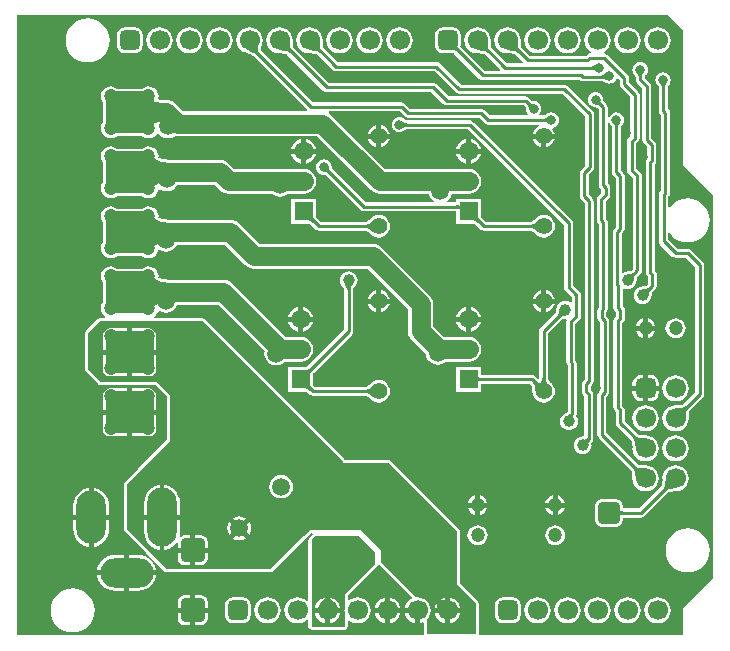
<source format=gtl>
G04 Layer_Physical_Order=1*
G04 Layer_Color=255*
%FSAX43Y43*%
%MOMM*%
G71*
G01*
G75*
%ADD10C,0.254*%
%ADD11C,1.600*%
%ADD12C,0.260*%
G04:AMPARAMS|DCode=13|XSize=2mm|YSize=2mm|CornerRadius=0.3mm|HoleSize=0mm|Usage=FLASHONLY|Rotation=180.000|XOffset=0mm|YOffset=0mm|HoleType=Round|Shape=RoundedRectangle|*
%AMROUNDEDRECTD13*
21,1,2.000,1.400,0,0,180.0*
21,1,1.400,2.000,0,0,180.0*
1,1,0.600,-0.700,0.700*
1,1,0.600,0.700,0.700*
1,1,0.600,0.700,-0.700*
1,1,0.600,-0.700,-0.700*
%
%ADD13ROUNDEDRECTD13*%
%ADD14C,1.200*%
G04:AMPARAMS|DCode=15|XSize=1.8mm|YSize=1.8mm|CornerRadius=0.27mm|HoleSize=0mm|Usage=FLASHONLY|Rotation=180.000|XOffset=0mm|YOffset=0mm|HoleType=Round|Shape=RoundedRectangle|*
%AMROUNDEDRECTD15*
21,1,1.800,1.260,0,0,180.0*
21,1,1.260,1.800,0,0,180.0*
1,1,0.540,-0.630,0.630*
1,1,0.540,0.630,0.630*
1,1,0.540,0.630,-0.630*
1,1,0.540,-0.630,-0.630*
%
%ADD15ROUNDEDRECTD15*%
G04:AMPARAMS|DCode=16|XSize=1.7mm|YSize=1.7mm|CornerRadius=0.425mm|HoleSize=0mm|Usage=FLASHONLY|Rotation=0.000|XOffset=0mm|YOffset=0mm|HoleType=Round|Shape=RoundedRectangle|*
%AMROUNDEDRECTD16*
21,1,1.700,0.850,0,0,0.0*
21,1,0.850,1.700,0,0,0.0*
1,1,0.850,0.425,-0.425*
1,1,0.850,-0.425,-0.425*
1,1,0.850,-0.425,0.425*
1,1,0.850,0.425,0.425*
%
%ADD16ROUNDEDRECTD16*%
%ADD17C,1.700*%
G04:AMPARAMS|DCode=18|XSize=3.5mm|YSize=4mm|CornerRadius=0.35mm|HoleSize=0mm|Usage=FLASHONLY|Rotation=90.000|XOffset=0mm|YOffset=0mm|HoleType=Round|Shape=RoundedRectangle|*
%AMROUNDEDRECTD18*
21,1,3.500,3.300,0,0,90.0*
21,1,2.800,4.000,0,0,90.0*
1,1,0.700,1.650,1.400*
1,1,0.700,1.650,-1.400*
1,1,0.700,-1.650,-1.400*
1,1,0.700,-1.650,1.400*
%
%ADD18ROUNDEDRECTD18*%
%ADD19O,2.500X4.500*%
%ADD20O,2.500X5.000*%
%ADD21O,4.500X2.500*%
G04:AMPARAMS|DCode=22|XSize=1.7mm|YSize=1.7mm|CornerRadius=0.425mm|HoleSize=0mm|Usage=FLASHONLY|Rotation=270.000|XOffset=0mm|YOffset=0mm|HoleType=Round|Shape=RoundedRectangle|*
%AMROUNDEDRECTD22*
21,1,1.700,0.850,0,0,270.0*
21,1,0.850,1.700,0,0,270.0*
1,1,0.850,-0.425,-0.425*
1,1,0.850,-0.425,0.425*
1,1,0.850,0.425,0.425*
1,1,0.850,0.425,-0.425*
%
%ADD22ROUNDEDRECTD22*%
%ADD23C,1.500*%
%ADD24R,1.600X1.600*%
%ADD25C,1.600*%
%ADD26C,1.400*%
%ADD27C,0.800*%
%ADD28C,1.000*%
%ADD29C,0.700*%
G36*
X0011854Y0030911D02*
X0011904Y0030775D01*
X0011987Y0030655D01*
X0012104Y0030552D01*
X0012254Y0030464D01*
X0012438Y0030392D01*
X0012655Y0030336D01*
X0012905Y0030296D01*
X0013189Y0030272D01*
X0013506Y0030264D01*
Y0028664D01*
X0013189Y0028656D01*
X0012905Y0028632D01*
X0012655Y0028592D01*
X0012438Y0028537D01*
X0012254Y0028465D01*
X0012104Y0028377D01*
X0011987Y0028273D01*
X0011904Y0028153D01*
X0011854Y0028018D01*
X0011837Y0027866D01*
Y0031062D01*
X0011854Y0030911D01*
D02*
G37*
G36*
X0056742Y0051647D02*
Y0040386D01*
X0056742Y0040386D01*
X0056773Y0040230D01*
X0056862Y0040098D01*
X0059282Y0037677D01*
Y0005249D01*
X0056862Y0002828D01*
X0056773Y0002696D01*
X0056742Y0002540D01*
X0056742Y0002540D01*
Y0000408D01*
X0039541D01*
X0039465Y0000500D01*
Y0003150D01*
X0039445Y0003248D01*
X0039390Y0003330D01*
X0037865Y0004856D01*
Y0009200D01*
X0037845Y0009298D01*
X0037790Y0009380D01*
X0034890Y0012280D01*
X0034890Y0012280D01*
X0031940Y0015230D01*
X0031858Y0015285D01*
X0031760Y0015305D01*
X0028166D01*
X0018390Y0025080D01*
X0016290Y0027180D01*
X0016208Y0027235D01*
X0016110Y0027255D01*
X0011984D01*
X0011951Y0027335D01*
X0011949Y0027382D01*
X0012112Y0027508D01*
X0012249Y0027685D01*
X0012310Y0027833D01*
X0012452Y0027885D01*
X0012476Y0027867D01*
X0012719Y0027766D01*
X0012980Y0027731D01*
X0013241Y0027766D01*
X0013484Y0027867D01*
X0013693Y0028027D01*
X0013854Y0028236D01*
X0013924Y0028405D01*
X0017407D01*
X0021346Y0024466D01*
X0021321Y0024280D01*
X0021356Y0024019D01*
X0021457Y0023776D01*
X0021617Y0023567D01*
X0021826Y0023406D01*
X0022069Y0023306D01*
X0022330Y0023271D01*
X0022591Y0023306D01*
X0022834Y0023406D01*
X0023043Y0023567D01*
X0023053Y0023579D01*
X0024384D01*
X0024658Y0023615D01*
X0024914Y0023721D01*
X0025133Y0023889D01*
X0025301Y0024108D01*
X0025407Y0024364D01*
X0025443Y0024638D01*
X0025407Y0024912D01*
X0025301Y0025168D01*
X0025133Y0025387D01*
X0024914Y0025555D01*
X0024658Y0025661D01*
X0024384Y0025697D01*
X0023111D01*
X0018595Y0030213D01*
X0018375Y0030381D01*
X0018120Y0030487D01*
X0017846Y0030523D01*
X0017846Y0030523D01*
X0013344D01*
X0013203Y0030527D01*
X0012936Y0030549D01*
X0012707Y0030586D01*
X0012516Y0030635D01*
X0012366Y0030694D01*
X0012349Y0030704D01*
X0012364Y0030814D01*
X0012334Y0031036D01*
X0012249Y0031242D01*
X0012112Y0031420D01*
X0011935Y0031556D01*
X0011728Y0031642D01*
X0011506Y0031671D01*
X0011284Y0031642D01*
X0011078Y0031556D01*
X0010973Y0031476D01*
X0008840D01*
X0008735Y0031556D01*
X0008528Y0031642D01*
X0008306Y0031671D01*
X0008084Y0031642D01*
X0007877Y0031556D01*
X0007700Y0031420D01*
X0007564Y0031243D01*
X0007478Y0031036D01*
X0007449Y0030814D01*
X0007478Y0030592D01*
X0007564Y0030385D01*
X0007644Y0030280D01*
Y0028648D01*
X0007564Y0028543D01*
X0007478Y0028336D01*
X0007449Y0028114D01*
X0007478Y0027892D01*
X0007564Y0027685D01*
X0007700Y0027508D01*
X0007864Y0027382D01*
X0007862Y0027336D01*
X0007828Y0027255D01*
X0007360D01*
X0007262Y0027235D01*
X0007180Y0027180D01*
X0006180Y0026180D01*
X0006125Y0026098D01*
X0006105Y0026000D01*
Y0022950D01*
X0006125Y0022852D01*
X0006180Y0022770D01*
X0007260Y0021690D01*
X0007342Y0021635D01*
X0007440Y0021615D01*
X0012134D01*
X0013105Y0020644D01*
Y0018300D01*
Y0017006D01*
X0010630Y0014530D01*
X0010630Y0014530D01*
X0009480Y0013380D01*
X0009425Y0013298D01*
X0009405Y0013200D01*
Y0011400D01*
Y0009400D01*
X0009425Y0009302D01*
X0009480Y0009220D01*
X0011280Y0007420D01*
X0012880Y0005820D01*
X0012962Y0005765D01*
X0013060Y0005745D01*
X0021810D01*
X0021908Y0005765D01*
X0021990Y0005820D01*
X0024840Y0008670D01*
X0025256Y0009086D01*
X0025369Y0009075D01*
X0025408Y0008958D01*
X0025130Y0008680D01*
X0025075Y0008598D01*
X0025055Y0008500D01*
Y0003339D01*
X0024935Y0003298D01*
X0024915Y0003325D01*
X0024685Y0003501D01*
X0024417Y0003612D01*
X0024130Y0003649D01*
X0023843Y0003612D01*
X0023575Y0003501D01*
X0023345Y0003325D01*
X0023169Y0003095D01*
X0023058Y0002827D01*
X0023021Y0002540D01*
X0023058Y0002253D01*
X0023169Y0001985D01*
X0023345Y0001755D01*
X0023575Y0001579D01*
X0023843Y0001468D01*
X0024130Y0001431D01*
X0024417Y0001468D01*
X0024685Y0001579D01*
X0024915Y0001755D01*
X0024935Y0001782D01*
X0025055Y0001741D01*
Y0001150D01*
X0025075Y0001052D01*
X0025130Y0000970D01*
X0025212Y0000915D01*
X0025310Y0000895D01*
X0025660D01*
X0028020Y0000895D01*
X0028118Y0000914D01*
X0028200Y0000970D01*
X0028290Y0001060D01*
X0028345Y0001142D01*
X0028365Y0001240D01*
Y0001642D01*
X0028492Y0001705D01*
X0028655Y0001579D01*
X0028923Y0001468D01*
X0029210Y0001431D01*
X0029497Y0001468D01*
X0029765Y0001579D01*
X0029995Y0001755D01*
X0030171Y0001985D01*
X0030282Y0002253D01*
X0030319Y0002540D01*
X0030282Y0002827D01*
X0030171Y0003095D01*
X0029995Y0003325D01*
X0029765Y0003501D01*
X0029497Y0003612D01*
X0029210Y0003649D01*
X0028923Y0003612D01*
X0028655Y0003501D01*
X0028492Y0003375D01*
X0028365Y0003438D01*
Y0003744D01*
X0030890Y0006270D01*
X0030936Y0006339D01*
X0030995Y0006359D01*
X0031079Y0006371D01*
X0033802Y0003647D01*
X0033778Y0003523D01*
X0033733Y0003504D01*
X0033503Y0003327D01*
X0033326Y0003097D01*
X0033214Y0002828D01*
X0033203Y0002740D01*
X0034290D01*
Y0002540D01*
X0034490D01*
Y0001453D01*
X0034578Y0001464D01*
X0034728Y0001527D01*
X0034855Y0001442D01*
Y0000500D01*
X0034779Y0000408D01*
X0000408D01*
Y0052932D01*
X0055457D01*
X0056742Y0051647D01*
D02*
G37*
G36*
X0009037Y0028733D02*
X0009005Y0028697D01*
X0008977Y0028656D01*
X0008953Y0028611D01*
X0008933Y0028561D01*
X0008918Y0028507D01*
X0008907Y0028449D01*
X0008900Y0028386D01*
X0008897Y0028319D01*
X0008898Y0028247D01*
X0008903Y0028171D01*
X0008261Y0028712D01*
X0008342Y0028720D01*
X0008489Y0028743D01*
X0008554Y0028758D01*
X0008614Y0028775D01*
X0008669Y0028795D01*
X0008719Y0028818D01*
X0008764Y0028843D01*
X0008803Y0028871D01*
X0008837Y0028901D01*
X0009037Y0028733D01*
D02*
G37*
G36*
X0008835Y0031105D02*
X0009068Y0030811D01*
X0009100Y0030777D01*
X0009131Y0030745D01*
X0009132Y0030376D01*
X0009092Y0030412D01*
X0009051Y0030440D01*
X0009010Y0030460D01*
X0008969Y0030472D01*
X0008927Y0030476D01*
X0008886Y0030472D01*
X0008843Y0030460D01*
X0008801Y0030440D01*
X0008758Y0030411D01*
X0008715Y0030375D01*
X0008800Y0031155D01*
X0008835Y0031105D01*
D02*
G37*
G36*
X0018210Y0024900D02*
X0028060Y0015050D01*
X0031760D01*
X0034710Y0012100D01*
X0037610Y0009200D01*
Y0004750D01*
X0039210Y0003150D01*
Y0000500D01*
X0035110D01*
Y0001802D01*
X0035251Y0001985D01*
X0035362Y0002253D01*
X0035399Y0002540D01*
X0035362Y0002827D01*
X0035251Y0003095D01*
X0035075Y0003325D01*
X0034845Y0003501D01*
X0034577Y0003612D01*
X0034290Y0003649D01*
X0034176Y0003634D01*
X0031210Y0006600D01*
Y0007650D01*
X0030760Y0008100D01*
X0029510Y0009350D01*
X0025160D01*
X0024660Y0008850D01*
X0021810Y0006000D01*
X0013060D01*
X0011460Y0007600D01*
X0009660Y0009400D01*
Y0011400D01*
Y0013200D01*
X0010810Y0014350D01*
X0013360Y0016900D01*
Y0018300D01*
Y0020750D01*
X0012240Y0021870D01*
X0007440D01*
X0006360Y0022950D01*
Y0026000D01*
X0007360Y0027000D01*
X0016110D01*
X0018210Y0024900D01*
D02*
G37*
G36*
X0030710Y0007450D02*
X0030710Y0006450D01*
X0028110Y0003850D01*
Y0002612D01*
X0028101Y0002540D01*
X0028110Y0002468D01*
Y0001240D01*
X0028020Y0001150D01*
X0025660Y0001150D01*
X0025310D01*
Y0001500D01*
Y0008500D01*
X0025610Y0008800D01*
X0029360D01*
X0030710Y0007450D01*
D02*
G37*
%LPC*%
G36*
X0039570Y0012265D02*
Y0011630D01*
X0040205D01*
X0040202Y0011653D01*
X0040116Y0011861D01*
X0039979Y0012039D01*
X0039801Y0012176D01*
X0039593Y0012262D01*
X0039570Y0012265D01*
D02*
G37*
G36*
X0039170D02*
X0039147Y0012262D01*
X0038939Y0012176D01*
X0038761Y0012039D01*
X0038624Y0011861D01*
X0038538Y0011653D01*
X0038535Y0011630D01*
X0039170D01*
Y0012265D01*
D02*
G37*
G36*
X0056134Y0014825D02*
X0055847Y0014788D01*
X0055579Y0014677D01*
X0055349Y0014501D01*
X0055173Y0014271D01*
X0055062Y0014003D01*
X0055025Y0013716D01*
X0055029Y0013682D01*
X0055028Y0013590D01*
X0055015Y0013380D01*
X0055004Y0013297D01*
X0054990Y0013223D01*
X0054973Y0013160D01*
X0054956Y0013110D01*
X0054938Y0013073D01*
X0054922Y0013047D01*
X0053039Y0011164D01*
X0051650D01*
Y0011410D01*
X0051610Y0011613D01*
X0051495Y0011785D01*
X0051323Y0011900D01*
X0051120Y0011940D01*
X0049860D01*
X0049657Y0011900D01*
X0049485Y0011785D01*
X0049370Y0011613D01*
X0049330Y0011410D01*
Y0010150D01*
X0049370Y0009947D01*
X0049485Y0009775D01*
X0049657Y0009660D01*
X0049860Y0009620D01*
X0051120D01*
X0051323Y0009660D01*
X0051495Y0009775D01*
X0051610Y0009947D01*
X0051650Y0010150D01*
Y0010396D01*
X0053198D01*
X0053198Y0010396D01*
X0053345Y0010425D01*
X0053470Y0010508D01*
X0055465Y0012504D01*
X0055491Y0012520D01*
X0055528Y0012538D01*
X0055578Y0012555D01*
X0055641Y0012572D01*
X0055715Y0012586D01*
X0055798Y0012597D01*
X0056008Y0012610D01*
X0056100Y0012611D01*
X0056134Y0012607D01*
X0056421Y0012644D01*
X0056689Y0012755D01*
X0056919Y0012931D01*
X0057095Y0013161D01*
X0057206Y0013429D01*
X0057243Y0013716D01*
X0057206Y0014003D01*
X0057095Y0014271D01*
X0056919Y0014501D01*
X0056689Y0014677D01*
X0056421Y0014788D01*
X0056134Y0014825D01*
D02*
G37*
G36*
Y0017365D02*
X0055847Y0017328D01*
X0055579Y0017217D01*
X0055349Y0017041D01*
X0055173Y0016811D01*
X0055062Y0016543D01*
X0055025Y0016256D01*
X0055062Y0015969D01*
X0055173Y0015701D01*
X0055349Y0015471D01*
X0055579Y0015295D01*
X0055847Y0015184D01*
X0056134Y0015147D01*
X0056421Y0015184D01*
X0056689Y0015295D01*
X0056919Y0015471D01*
X0057095Y0015701D01*
X0057206Y0015969D01*
X0057243Y0016256D01*
X0057206Y0016543D01*
X0057095Y0016811D01*
X0056919Y0017041D01*
X0056689Y0017217D01*
X0056421Y0017328D01*
X0056134Y0017365D01*
D02*
G37*
G36*
X0022728Y0014026D02*
X0022467Y0013992D01*
X0022223Y0013891D01*
X0022015Y0013731D01*
X0021854Y0013522D01*
X0021754Y0013279D01*
X0021719Y0013018D01*
X0021754Y0012757D01*
X0021854Y0012513D01*
X0022015Y0012305D01*
X0022223Y0012144D01*
X0022467Y0012044D01*
X0022728Y0012009D01*
X0022989Y0012044D01*
X0023232Y0012144D01*
X0023441Y0012305D01*
X0023601Y0012513D01*
X0023702Y0012757D01*
X0023736Y0013018D01*
X0023702Y0013279D01*
X0023601Y0013522D01*
X0023441Y0013731D01*
X0023232Y0013891D01*
X0022989Y0013992D01*
X0022728Y0014026D01*
D02*
G37*
G36*
X0045750Y0012265D02*
X0045727Y0012262D01*
X0045519Y0012176D01*
X0045341Y0012039D01*
X0045204Y0011861D01*
X0045118Y0011653D01*
X0045115Y0011630D01*
X0045750D01*
Y0012265D01*
D02*
G37*
G36*
X0046150D02*
Y0011630D01*
X0046785D01*
X0046782Y0011653D01*
X0046696Y0011861D01*
X0046559Y0012039D01*
X0046381Y0012176D01*
X0046173Y0012262D01*
X0046150Y0012265D01*
D02*
G37*
G36*
X0012852Y0013156D02*
Y0010614D01*
X0013900D01*
Y0010668D01*
X0013902Y0010644D01*
X0013910Y0010622D01*
X0013916Y0010614D01*
X0014163D01*
Y0011664D01*
X0014134Y0011959D01*
X0014048Y0012242D01*
X0013909Y0012504D01*
X0013721Y0012733D01*
X0013492Y0012921D01*
X0013230Y0013060D01*
X0012947Y0013146D01*
X0012852Y0013156D01*
D02*
G37*
G36*
X0039170Y0011230D02*
X0038535D01*
X0038538Y0011207D01*
X0038624Y0010999D01*
X0038761Y0010821D01*
X0038939Y0010684D01*
X0039147Y0010598D01*
X0039170Y0010595D01*
Y0011230D01*
D02*
G37*
G36*
X0040205D02*
X0039570D01*
Y0010595D01*
X0039593Y0010598D01*
X0039801Y0010684D01*
X0039979Y0010821D01*
X0040116Y0010999D01*
X0040202Y0011207D01*
X0040205Y0011230D01*
D02*
G37*
G36*
X0014163Y0010214D02*
X0013916D01*
X0013910Y0010206D01*
X0013902Y0010184D01*
X0013900Y0010160D01*
Y0010214D01*
X0012852D01*
Y0007672D01*
X0012947Y0007682D01*
X0013230Y0007768D01*
X0013492Y0007907D01*
X0013721Y0008095D01*
X0013848Y0008251D01*
X0013975Y0008205D01*
Y0007820D01*
X0015040D01*
Y0008885D01*
X0014540D01*
X0014324Y0008842D01*
X0014242Y0008787D01*
X0014134Y0008868D01*
X0014134Y0008869D01*
X0014163Y0009164D01*
Y0010214D01*
D02*
G37*
G36*
X0020031Y0010038D02*
X0019475Y0009482D01*
X0020031Y0008926D01*
X0020069Y0008976D01*
X0020170Y0009220D01*
X0020205Y0009482D01*
X0020170Y0009744D01*
X0020069Y0009989D01*
X0020031Y0010038D01*
D02*
G37*
G36*
X0019192Y0010495D02*
X0018930Y0010460D01*
X0018686Y0010359D01*
X0018636Y0010321D01*
X0019192Y0009765D01*
X0019748Y0010321D01*
X0019699Y0010359D01*
X0019454Y0010460D01*
X0019192Y0010495D01*
D02*
G37*
G36*
X0006852Y0012906D02*
Y0010614D01*
X0008163D01*
Y0011414D01*
X0008134Y0011709D01*
X0008048Y0011992D01*
X0007909Y0012254D01*
X0007721Y0012483D01*
X0007492Y0012671D01*
X0007230Y0012810D01*
X0006947Y0012896D01*
X0006852Y0012906D01*
D02*
G37*
G36*
X0012452Y0013156D02*
X0012357Y0013146D01*
X0012074Y0013060D01*
X0011812Y0012921D01*
X0011583Y0012733D01*
X0011395Y0012504D01*
X0011256Y0012242D01*
X0011170Y0011959D01*
X0011141Y0011664D01*
Y0010614D01*
X0012452D01*
Y0013156D01*
D02*
G37*
G36*
X0006452Y0012906D02*
X0006357Y0012896D01*
X0006074Y0012810D01*
X0005812Y0012671D01*
X0005583Y0012483D01*
X0005395Y0012254D01*
X0005256Y0011992D01*
X0005170Y0011709D01*
X0005141Y0011414D01*
Y0010614D01*
X0006452D01*
Y0012906D01*
D02*
G37*
G36*
X0045750Y0011230D02*
X0045115D01*
X0045118Y0011207D01*
X0045204Y0010999D01*
X0045341Y0010821D01*
X0045519Y0010684D01*
X0045727Y0010598D01*
X0045750Y0010595D01*
Y0011230D01*
D02*
G37*
G36*
X0046785D02*
X0046150D01*
Y0010595D01*
X0046173Y0010598D01*
X0046381Y0010684D01*
X0046559Y0010821D01*
X0046696Y0010999D01*
X0046782Y0011207D01*
X0046785Y0011230D01*
D02*
G37*
G36*
X0025146Y0051909D02*
X0024859Y0051872D01*
X0024591Y0051761D01*
X0024361Y0051585D01*
X0024185Y0051355D01*
X0024074Y0051087D01*
X0024037Y0050800D01*
X0024074Y0050513D01*
X0024185Y0050245D01*
X0024361Y0050015D01*
X0024591Y0049839D01*
X0024859Y0049728D01*
X0025146Y0049691D01*
X0025180Y0049695D01*
X0025272Y0049694D01*
X0025482Y0049681D01*
X0025565Y0049670D01*
X0025639Y0049656D01*
X0025702Y0049639D01*
X0025752Y0049622D01*
X0025789Y0049604D01*
X0025815Y0049588D01*
X0027094Y0048308D01*
X0027094Y0048308D01*
X0027219Y0048225D01*
X0027366Y0048196D01*
X0035721D01*
X0037518Y0046398D01*
X0037518Y0046398D01*
X0037643Y0046315D01*
X0037790Y0046286D01*
X0046541D01*
X0048463Y0044364D01*
Y0040192D01*
X0048377Y0040106D01*
X0048377Y0040106D01*
X0048118Y0039847D01*
X0048035Y0039723D01*
X0048006Y0039576D01*
X0048006Y0039575D01*
Y0037590D01*
X0048006Y0037590D01*
X0048035Y0037443D01*
X0048118Y0037318D01*
X0048437Y0037000D01*
Y0022085D01*
X0048317Y0021965D01*
X0048234Y0021841D01*
X0048205Y0021694D01*
X0048205Y0021693D01*
Y0021047D01*
X0048205Y0021046D01*
X0048234Y0020899D01*
X0048317Y0020775D01*
X0048396Y0020696D01*
Y0017377D01*
X0048392Y0017364D01*
X0048269Y0017265D01*
X0048260Y0017266D01*
X0048064Y0017241D01*
X0047882Y0017165D01*
X0047725Y0017045D01*
X0047605Y0016888D01*
X0047529Y0016706D01*
X0047504Y0016510D01*
X0047529Y0016314D01*
X0047605Y0016132D01*
X0047725Y0015975D01*
X0047882Y0015855D01*
X0048064Y0015779D01*
X0048260Y0015754D01*
X0048456Y0015779D01*
X0048638Y0015855D01*
X0048795Y0015975D01*
X0048915Y0016132D01*
X0048991Y0016314D01*
X0049016Y0016510D01*
X0049004Y0016607D01*
X0049005Y0016611D01*
X0049001Y0016630D01*
X0049002Y0016650D01*
X0048999Y0016670D01*
X0048998Y0016676D01*
X0048999Y0016681D01*
X0049000Y0016686D01*
X0049002Y0016693D01*
X0049005Y0016701D01*
X0049011Y0016712D01*
X0049021Y0016726D01*
X0049025Y0016731D01*
X0049052Y0016758D01*
X0049052Y0016758D01*
X0049135Y0016883D01*
X0049164Y0017030D01*
Y0020855D01*
X0049164Y0020855D01*
X0049135Y0021003D01*
X0049052Y0021127D01*
X0049052Y0021127D01*
X0048973Y0021206D01*
Y0021534D01*
X0049093Y0021654D01*
X0049093Y0021654D01*
X0049176Y0021778D01*
X0049205Y0021926D01*
Y0037159D01*
X0049176Y0037306D01*
X0049093Y0037431D01*
X0049093Y0037431D01*
X0048774Y0037749D01*
Y0039416D01*
X0048921Y0039563D01*
X0048921Y0039563D01*
X0049119Y0039761D01*
X0049119Y0039761D01*
X0049202Y0039885D01*
X0049231Y0040033D01*
X0049231Y0040033D01*
Y0044523D01*
X0049202Y0044670D01*
X0049119Y0044795D01*
X0049119Y0044795D01*
X0046972Y0046942D01*
X0046847Y0047025D01*
X0046700Y0047054D01*
X0046700Y0047054D01*
X0037949D01*
X0036152Y0048852D01*
X0036027Y0048935D01*
X0035880Y0048964D01*
X0035880Y0048964D01*
X0027525D01*
X0026358Y0050131D01*
X0026342Y0050157D01*
X0026324Y0050194D01*
X0026307Y0050244D01*
X0026290Y0050307D01*
X0026276Y0050381D01*
X0026265Y0050464D01*
X0026252Y0050674D01*
X0026251Y0050766D01*
X0026255Y0050800D01*
X0026218Y0051087D01*
X0026107Y0051355D01*
X0025931Y0051585D01*
X0025701Y0051761D01*
X0025433Y0051872D01*
X0025146Y0051909D01*
D02*
G37*
G36*
X0008306Y0036752D02*
X0008084Y0036722D01*
X0007877Y0036637D01*
X0007700Y0036500D01*
X0007563Y0036323D01*
X0007478Y0036116D01*
X0007448Y0035894D01*
X0007478Y0035672D01*
X0007563Y0035466D01*
X0007644Y0035360D01*
Y0033728D01*
X0007563Y0033623D01*
X0007478Y0033416D01*
X0007448Y0033194D01*
X0007478Y0032972D01*
X0007563Y0032766D01*
X0007700Y0032588D01*
X0007877Y0032452D01*
X0008084Y0032366D01*
X0008306Y0032337D01*
X0008528Y0032366D01*
X0008734Y0032452D01*
X0008839Y0032532D01*
X0010972D01*
X0011077Y0032452D01*
X0011284Y0032366D01*
X0011506Y0032337D01*
X0011728Y0032366D01*
X0011935Y0032452D01*
X0012112Y0032588D01*
X0012248Y0032765D01*
X0012334Y0032972D01*
X0012339Y0033010D01*
X0012456Y0033059D01*
X0012486Y0033036D01*
X0012729Y0032936D01*
X0012990Y0032901D01*
X0013251Y0032936D01*
X0013494Y0033036D01*
X0013703Y0033197D01*
X0013863Y0033406D01*
X0013896Y0033485D01*
X0017977D01*
X0019699Y0031763D01*
X0019699Y0031763D01*
X0019918Y0031595D01*
X0020174Y0031489D01*
X0020448Y0031453D01*
X0020448Y0031453D01*
X0030041D01*
X0033485Y0028009D01*
Y0026162D01*
X0033485Y0026162D01*
X0033521Y0025888D01*
X0033627Y0025632D01*
X0033795Y0025413D01*
X0035012Y0024197D01*
X0035026Y0024089D01*
X0035126Y0023846D01*
X0035287Y0023637D01*
X0035496Y0023476D01*
X0035739Y0023376D01*
X0036000Y0023341D01*
X0036261Y0023376D01*
X0036504Y0023476D01*
X0036638Y0023579D01*
X0038608D01*
X0038882Y0023615D01*
X0039138Y0023721D01*
X0039357Y0023889D01*
X0039525Y0024108D01*
X0039631Y0024364D01*
X0039667Y0024638D01*
X0039631Y0024912D01*
X0039525Y0025168D01*
X0039357Y0025387D01*
X0039138Y0025555D01*
X0038882Y0025661D01*
X0038608Y0025697D01*
X0036507D01*
X0035603Y0026601D01*
Y0028448D01*
X0035603Y0028448D01*
X0035567Y0028722D01*
X0035461Y0028978D01*
X0035293Y0029197D01*
X0035293Y0029197D01*
X0031229Y0033261D01*
X0031010Y0033429D01*
X0030754Y0033535D01*
X0030480Y0033571D01*
X0030480Y0033571D01*
X0020887D01*
X0019165Y0035293D01*
X0018946Y0035461D01*
X0018690Y0035567D01*
X0018416Y0035603D01*
X0018416Y0035603D01*
X0013344D01*
X0013203Y0035607D01*
X0012936Y0035629D01*
X0012707Y0035666D01*
X0012517Y0035715D01*
X0012366Y0035774D01*
X0012349Y0035784D01*
X0012363Y0035894D01*
X0012334Y0036116D01*
X0012248Y0036323D01*
X0012112Y0036500D01*
X0011935Y0036636D01*
X0011728Y0036722D01*
X0011506Y0036751D01*
X0011284Y0036722D01*
X0011077Y0036636D01*
X0010972Y0036556D01*
X0008840D01*
X0008734Y0036637D01*
X0008528Y0036722D01*
X0008306Y0036752D01*
D02*
G37*
G36*
X0012171Y0024184D02*
X0011918D01*
X0011913Y0024176D01*
X0011905Y0024155D01*
X0011903Y0024130D01*
Y0024184D01*
X0010106D01*
Y0022369D01*
X0011556D01*
X0011791Y0022415D01*
X0011991Y0022549D01*
X0012125Y0022749D01*
X0012171Y0022984D01*
Y0024184D01*
D02*
G37*
G36*
X0054019Y0022446D02*
X0053794D01*
Y0021536D01*
X0054704D01*
Y0021761D01*
X0054681Y0021938D01*
X0054612Y0022103D01*
X0054503Y0022245D01*
X0054361Y0022354D01*
X0054196Y0022423D01*
X0054019Y0022446D01*
D02*
G37*
G36*
X0009706Y0024184D02*
X0007640D01*
Y0022984D01*
X0007687Y0022749D01*
X0007820Y0022549D01*
X0008020Y0022415D01*
X0008256Y0022369D01*
X0009706D01*
Y0024184D01*
D02*
G37*
G36*
Y0026400D02*
X0008256D01*
X0008020Y0026353D01*
X0007820Y0026220D01*
X0007687Y0026020D01*
X0007640Y0025784D01*
Y0024584D01*
X0009706D01*
Y0026400D01*
D02*
G37*
G36*
X0053394Y0026216D02*
X0052759D01*
X0052762Y0026193D01*
X0052848Y0025985D01*
X0052985Y0025807D01*
X0053163Y0025670D01*
X0053371Y0025584D01*
X0053394Y0025581D01*
Y0026216D01*
D02*
G37*
G36*
X0054429D02*
X0053794D01*
Y0025581D01*
X0053817Y0025584D01*
X0054025Y0025670D01*
X0054203Y0025807D01*
X0054340Y0025985D01*
X0054426Y0026193D01*
X0054429Y0026216D01*
D02*
G37*
G36*
X0011556Y0026400D02*
X0010106D01*
Y0024584D01*
X0011903D01*
Y0024638D01*
X0011905Y0024614D01*
X0011913Y0024593D01*
X0011918Y0024584D01*
X0012171D01*
Y0025784D01*
X0012125Y0026020D01*
X0011991Y0026220D01*
X0011791Y0026353D01*
X0011556Y0026400D01*
D02*
G37*
G36*
X0056134Y0027273D02*
X0055912Y0027244D01*
X0055705Y0027158D01*
X0055528Y0027022D01*
X0055392Y0026845D01*
X0055306Y0026638D01*
X0055277Y0026416D01*
X0055306Y0026194D01*
X0055392Y0025987D01*
X0055528Y0025810D01*
X0055705Y0025674D01*
X0055912Y0025588D01*
X0056134Y0025559D01*
X0056356Y0025588D01*
X0056563Y0025674D01*
X0056740Y0025810D01*
X0056876Y0025987D01*
X0056962Y0026194D01*
X0056991Y0026416D01*
X0056962Y0026638D01*
X0056876Y0026845D01*
X0056740Y0027022D01*
X0056563Y0027158D01*
X0056356Y0027244D01*
X0056134Y0027273D01*
D02*
G37*
G36*
X0053394Y0022446D02*
X0053169D01*
X0052992Y0022423D01*
X0052827Y0022354D01*
X0052685Y0022245D01*
X0052576Y0022103D01*
X0052507Y0021938D01*
X0052484Y0021761D01*
Y0021536D01*
X0053394D01*
Y0022446D01*
D02*
G37*
G36*
X0053594Y0019905D02*
X0053307Y0019868D01*
X0053039Y0019757D01*
X0052809Y0019581D01*
X0052633Y0019351D01*
X0052522Y0019083D01*
X0052485Y0018796D01*
X0052522Y0018509D01*
X0052633Y0018241D01*
X0052809Y0018011D01*
X0053039Y0017835D01*
X0053307Y0017724D01*
X0053594Y0017687D01*
X0053881Y0017724D01*
X0054149Y0017835D01*
X0054379Y0018011D01*
X0054555Y0018241D01*
X0054666Y0018509D01*
X0054703Y0018796D01*
X0054666Y0019083D01*
X0054555Y0019351D01*
X0054379Y0019581D01*
X0054149Y0019757D01*
X0053881Y0019868D01*
X0053594Y0019905D01*
D02*
G37*
G36*
X0009706Y0021320D02*
X0008256D01*
X0008020Y0021273D01*
X0007820Y0021140D01*
X0007687Y0020940D01*
X0007640Y0020704D01*
Y0019504D01*
X0009706D01*
Y0021320D01*
D02*
G37*
G36*
Y0019104D02*
X0007640D01*
Y0017904D01*
X0007687Y0017669D01*
X0007820Y0017469D01*
X0008020Y0017335D01*
X0008256Y0017289D01*
X0009706D01*
Y0019104D01*
D02*
G37*
G36*
X0012171D02*
X0010106D01*
Y0017289D01*
X0011556D01*
X0011791Y0017335D01*
X0011991Y0017469D01*
X0012125Y0017669D01*
X0012171Y0017904D01*
Y0019104D01*
D02*
G37*
G36*
X0011556Y0021320D02*
X0010106D01*
Y0019504D01*
X0012171D01*
Y0020704D01*
X0012125Y0020940D01*
X0011991Y0021140D01*
X0011791Y0021273D01*
X0011556Y0021320D01*
D02*
G37*
G36*
X0054704Y0021136D02*
X0053794D01*
Y0020226D01*
X0054019D01*
X0054196Y0020249D01*
X0054361Y0020318D01*
X0054503Y0020427D01*
X0054612Y0020569D01*
X0054681Y0020734D01*
X0054704Y0020911D01*
Y0021136D01*
D02*
G37*
G36*
X0056134Y0022445D02*
X0055847Y0022408D01*
X0055579Y0022297D01*
X0055349Y0022121D01*
X0055173Y0021891D01*
X0055062Y0021623D01*
X0055025Y0021336D01*
X0055062Y0021049D01*
X0055173Y0020781D01*
X0055349Y0020551D01*
X0055579Y0020375D01*
X0055847Y0020264D01*
X0056134Y0020227D01*
X0056421Y0020264D01*
X0056689Y0020375D01*
X0056919Y0020551D01*
X0057095Y0020781D01*
X0057206Y0021049D01*
X0057243Y0021336D01*
X0057206Y0021623D01*
X0057095Y0021891D01*
X0056919Y0022121D01*
X0056689Y0022297D01*
X0056421Y0022408D01*
X0056134Y0022445D01*
D02*
G37*
G36*
X0028448Y0031236D02*
X0028252Y0031211D01*
X0028070Y0031135D01*
X0027913Y0031015D01*
X0027793Y0030858D01*
X0027717Y0030676D01*
X0027692Y0030480D01*
X0027717Y0030284D01*
X0027793Y0030102D01*
X0027913Y0029945D01*
X0027922Y0029938D01*
X0027953Y0029907D01*
X0027981Y0029874D01*
X0028005Y0029843D01*
X0028024Y0029815D01*
X0028039Y0029789D01*
X0028050Y0029766D01*
X0028058Y0029745D01*
X0028062Y0029727D01*
X0028064Y0029719D01*
Y0026321D01*
X0024954Y0023211D01*
X0024913Y0023173D01*
X0024882Y0023148D01*
X0024881Y0023148D01*
X0023334D01*
Y0021048D01*
X0024812D01*
X0024822Y0021046D01*
X0024831Y0021048D01*
X0024880D01*
X0024945Y0020993D01*
X0025128Y0020810D01*
X0025128Y0020810D01*
X0025253Y0020727D01*
X0025400Y0020698D01*
X0029900D01*
X0029920Y0020694D01*
X0029949Y0020684D01*
X0029986Y0020668D01*
X0030028Y0020645D01*
X0030075Y0020614D01*
X0030125Y0020578D01*
X0030245Y0020474D01*
X0030296Y0020424D01*
X0030310Y0020404D01*
X0030509Y0020252D01*
X0030740Y0020156D01*
X0030988Y0020124D01*
X0031236Y0020156D01*
X0031467Y0020252D01*
X0031666Y0020404D01*
X0031818Y0020603D01*
X0031914Y0020834D01*
X0031946Y0021082D01*
X0031914Y0021330D01*
X0031818Y0021561D01*
X0031666Y0021760D01*
X0031467Y0021912D01*
X0031236Y0022008D01*
X0030988Y0022040D01*
X0030740Y0022008D01*
X0030509Y0021912D01*
X0030310Y0021760D01*
X0030297Y0021742D01*
X0030181Y0021632D01*
X0030127Y0021588D01*
X0030075Y0021550D01*
X0030028Y0021519D01*
X0029986Y0021496D01*
X0029949Y0021480D01*
X0029920Y0021470D01*
X0029900Y0021466D01*
X0025559D01*
X0025498Y0021527D01*
X0025460Y0021568D01*
X0025436Y0021599D01*
X0025434Y0021601D01*
Y0021651D01*
X0025436Y0021660D01*
X0025434Y0021670D01*
Y0022595D01*
X0025488Y0022658D01*
X0028720Y0025890D01*
X0028720Y0025890D01*
X0028803Y0026015D01*
X0028832Y0026162D01*
X0028832Y0026162D01*
Y0029719D01*
X0028834Y0029727D01*
X0028838Y0029745D01*
X0028846Y0029766D01*
X0028857Y0029789D01*
X0028872Y0029815D01*
X0028891Y0029843D01*
X0028915Y0029874D01*
X0028943Y0029907D01*
X0028974Y0029938D01*
X0028983Y0029945D01*
X0029103Y0030102D01*
X0029179Y0030284D01*
X0029204Y0030480D01*
X0029179Y0030676D01*
X0029103Y0030858D01*
X0028983Y0031015D01*
X0028826Y0031135D01*
X0028644Y0031211D01*
X0028448Y0031236D01*
D02*
G37*
G36*
X0053394Y0021136D02*
X0052484D01*
Y0020911D01*
X0052507Y0020734D01*
X0052576Y0020569D01*
X0052685Y0020427D01*
X0052827Y0020318D01*
X0052992Y0020249D01*
X0053169Y0020226D01*
X0053394D01*
Y0021136D01*
D02*
G37*
G36*
X0018353Y0010038D02*
X0018315Y0009989D01*
X0018214Y0009744D01*
X0018180Y0009482D01*
X0018214Y0009220D01*
X0018315Y0008976D01*
X0018353Y0008926D01*
X0018909Y0009482D01*
X0018353Y0010038D01*
D02*
G37*
G36*
X0032837Y0002340D02*
X0031950D01*
Y0001453D01*
X0032038Y0001464D01*
X0032307Y0001576D01*
X0032537Y0001753D01*
X0032714Y0001983D01*
X0032826Y0002252D01*
X0032837Y0002340D01*
D02*
G37*
G36*
X0034090D02*
X0033203D01*
X0033214Y0002252D01*
X0033326Y0001983D01*
X0033503Y0001753D01*
X0033733Y0001576D01*
X0034002Y0001464D01*
X0034090Y0001453D01*
Y0002340D01*
D02*
G37*
G36*
X0031550D02*
X0030663D01*
X0030674Y0002252D01*
X0030786Y0001983D01*
X0030963Y0001753D01*
X0031193Y0001576D01*
X0031462Y0001464D01*
X0031550Y0001453D01*
Y0002340D01*
D02*
G37*
G36*
X0026470D02*
X0025583D01*
X0025594Y0002252D01*
X0025706Y0001983D01*
X0025883Y0001753D01*
X0026113Y0001576D01*
X0026382Y0001464D01*
X0026470Y0001453D01*
Y0002340D01*
D02*
G37*
G36*
X0027757D02*
X0026870D01*
Y0001453D01*
X0026958Y0001464D01*
X0027227Y0001576D01*
X0027457Y0001753D01*
X0027634Y0001983D01*
X0027746Y0002252D01*
X0027757Y0002340D01*
D02*
G37*
G36*
X0015940Y0003805D02*
X0015440D01*
Y0002740D01*
X0016505D01*
Y0003240D01*
X0016462Y0003456D01*
X0016339Y0003639D01*
X0016156Y0003762D01*
X0015940Y0003805D01*
D02*
G37*
G36*
X0026463Y0003626D02*
X0026382Y0003616D01*
X0026113Y0003504D01*
X0025883Y0003327D01*
X0025706Y0003097D01*
X0025594Y0002828D01*
X0025583Y0002740D01*
X0026470D01*
Y0003147D01*
X0026075D01*
X0026164Y0003237D01*
X0026314Y0003407D01*
X0026375Y0003486D01*
X0026426Y0003562D01*
X0026463Y0003626D01*
D02*
G37*
G36*
X0015040Y0003805D02*
X0014540D01*
X0014324Y0003762D01*
X0014141Y0003639D01*
X0014018Y0003456D01*
X0013975Y0003240D01*
Y0002740D01*
X0015040D01*
Y0003805D01*
D02*
G37*
G36*
X0036630Y0002340D02*
X0035743D01*
X0035754Y0002252D01*
X0035866Y0001983D01*
X0036043Y0001753D01*
X0036273Y0001576D01*
X0036542Y0001464D01*
X0036630Y0001453D01*
Y0002340D01*
D02*
G37*
G36*
X0037917D02*
X0037030D01*
Y0001453D01*
X0037118Y0001464D01*
X0037387Y0001576D01*
X0037617Y0001753D01*
X0037794Y0001983D01*
X0037906Y0002252D01*
X0037917Y0002340D01*
D02*
G37*
G36*
X0042335Y0003646D02*
X0041485D01*
X0041309Y0003623D01*
X0041145Y0003555D01*
X0041004Y0003446D01*
X0040895Y0003305D01*
X0040827Y0003141D01*
X0040804Y0002965D01*
Y0002115D01*
X0040827Y0001939D01*
X0040895Y0001775D01*
X0041004Y0001634D01*
X0041145Y0001525D01*
X0041309Y0001457D01*
X0041485Y0001434D01*
X0042335D01*
X0042511Y0001457D01*
X0042675Y0001525D01*
X0042816Y0001634D01*
X0042925Y0001775D01*
X0042993Y0001939D01*
X0043016Y0002115D01*
Y0002965D01*
X0042993Y0003141D01*
X0042925Y0003305D01*
X0042816Y0003446D01*
X0042675Y0003555D01*
X0042511Y0003623D01*
X0042335Y0003646D01*
D02*
G37*
G36*
X0021590Y0003649D02*
X0021303Y0003612D01*
X0021035Y0003501D01*
X0020805Y0003325D01*
X0020629Y0003095D01*
X0020518Y0002827D01*
X0020481Y0002540D01*
X0020518Y0002253D01*
X0020629Y0001985D01*
X0020805Y0001755D01*
X0021035Y0001579D01*
X0021303Y0001468D01*
X0021590Y0001431D01*
X0021877Y0001468D01*
X0022145Y0001579D01*
X0022375Y0001755D01*
X0022551Y0001985D01*
X0022662Y0002253D01*
X0022699Y0002540D01*
X0022662Y0002827D01*
X0022551Y0003095D01*
X0022375Y0003325D01*
X0022145Y0003501D01*
X0021877Y0003612D01*
X0021590Y0003649D01*
D02*
G37*
G36*
X0044450D02*
X0044163Y0003612D01*
X0043895Y0003501D01*
X0043665Y0003325D01*
X0043489Y0003095D01*
X0043378Y0002827D01*
X0043341Y0002540D01*
X0043378Y0002253D01*
X0043489Y0001985D01*
X0043665Y0001755D01*
X0043895Y0001579D01*
X0044163Y0001468D01*
X0044450Y0001431D01*
X0044737Y0001468D01*
X0045005Y0001579D01*
X0045235Y0001755D01*
X0045411Y0001985D01*
X0045522Y0002253D01*
X0045559Y0002540D01*
X0045522Y0002827D01*
X0045411Y0003095D01*
X0045235Y0003325D01*
X0045005Y0003501D01*
X0044737Y0003612D01*
X0044450Y0003649D01*
D02*
G37*
G36*
X0016505Y0002340D02*
X0015440D01*
Y0001275D01*
X0015940D01*
X0016156Y0001318D01*
X0016339Y0001441D01*
X0016462Y0001624D01*
X0016505Y0001840D01*
Y0002340D01*
D02*
G37*
G36*
X0005080Y0004399D02*
X0004717Y0004363D01*
X0004369Y0004257D01*
X0004047Y0004086D01*
X0003766Y0003854D01*
X0003534Y0003573D01*
X0003363Y0003251D01*
X0003257Y0002903D01*
X0003221Y0002540D01*
X0003257Y0002177D01*
X0003363Y0001829D01*
X0003534Y0001507D01*
X0003766Y0001226D01*
X0004047Y0000994D01*
X0004369Y0000823D01*
X0004717Y0000717D01*
X0005080Y0000681D01*
X0005443Y0000717D01*
X0005791Y0000823D01*
X0006113Y0000994D01*
X0006394Y0001226D01*
X0006626Y0001507D01*
X0006797Y0001829D01*
X0006903Y0002177D01*
X0006939Y0002540D01*
X0006903Y0002903D01*
X0006797Y0003251D01*
X0006626Y0003573D01*
X0006394Y0003854D01*
X0006113Y0004086D01*
X0005791Y0004257D01*
X0005443Y0004363D01*
X0005080Y0004399D01*
D02*
G37*
G36*
X0015040Y0002340D02*
X0013975D01*
Y0001840D01*
X0014018Y0001624D01*
X0014141Y0001441D01*
X0014324Y0001318D01*
X0014540Y0001275D01*
X0015040D01*
Y0002340D01*
D02*
G37*
G36*
X0054610Y0003649D02*
X0054323Y0003612D01*
X0054055Y0003501D01*
X0053825Y0003325D01*
X0053649Y0003095D01*
X0053538Y0002827D01*
X0053501Y0002540D01*
X0053538Y0002253D01*
X0053649Y0001985D01*
X0053825Y0001755D01*
X0054055Y0001579D01*
X0054323Y0001468D01*
X0054610Y0001431D01*
X0054897Y0001468D01*
X0055165Y0001579D01*
X0055395Y0001755D01*
X0055571Y0001985D01*
X0055682Y0002253D01*
X0055719Y0002540D01*
X0055682Y0002827D01*
X0055571Y0003095D01*
X0055395Y0003325D01*
X0055165Y0003501D01*
X0054897Y0003612D01*
X0054610Y0003649D01*
D02*
G37*
G36*
X0019475Y0003646D02*
X0018625D01*
X0018449Y0003623D01*
X0018285Y0003555D01*
X0018144Y0003446D01*
X0018035Y0003305D01*
X0017967Y0003141D01*
X0017944Y0002965D01*
Y0002115D01*
X0017967Y0001939D01*
X0018035Y0001775D01*
X0018144Y0001634D01*
X0018285Y0001525D01*
X0018449Y0001457D01*
X0018625Y0001434D01*
X0019475D01*
X0019651Y0001457D01*
X0019815Y0001525D01*
X0019956Y0001634D01*
X0020065Y0001775D01*
X0020133Y0001939D01*
X0020156Y0002115D01*
Y0002965D01*
X0020133Y0003141D01*
X0020065Y0003305D01*
X0019956Y0003446D01*
X0019815Y0003555D01*
X0019651Y0003623D01*
X0019475Y0003646D01*
D02*
G37*
G36*
X0052070Y0003649D02*
X0051783Y0003612D01*
X0051515Y0003501D01*
X0051285Y0003325D01*
X0051109Y0003095D01*
X0050998Y0002827D01*
X0050961Y0002540D01*
X0050998Y0002253D01*
X0051109Y0001985D01*
X0051285Y0001755D01*
X0051515Y0001579D01*
X0051783Y0001468D01*
X0052070Y0001431D01*
X0052357Y0001468D01*
X0052625Y0001579D01*
X0052855Y0001755D01*
X0053031Y0001985D01*
X0053142Y0002253D01*
X0053179Y0002540D01*
X0053142Y0002827D01*
X0053031Y0003095D01*
X0052855Y0003325D01*
X0052625Y0003501D01*
X0052357Y0003612D01*
X0052070Y0003649D01*
D02*
G37*
G36*
X0046990D02*
X0046703Y0003612D01*
X0046435Y0003501D01*
X0046205Y0003325D01*
X0046029Y0003095D01*
X0045918Y0002827D01*
X0045881Y0002540D01*
X0045918Y0002253D01*
X0046029Y0001985D01*
X0046205Y0001755D01*
X0046435Y0001579D01*
X0046703Y0001468D01*
X0046990Y0001431D01*
X0047277Y0001468D01*
X0047545Y0001579D01*
X0047775Y0001755D01*
X0047951Y0001985D01*
X0048062Y0002253D01*
X0048099Y0002540D01*
X0048062Y0002827D01*
X0047951Y0003095D01*
X0047775Y0003325D01*
X0047545Y0003501D01*
X0047277Y0003612D01*
X0046990Y0003649D01*
D02*
G37*
G36*
X0049530D02*
X0049243Y0003612D01*
X0048975Y0003501D01*
X0048745Y0003325D01*
X0048569Y0003095D01*
X0048458Y0002827D01*
X0048421Y0002540D01*
X0048458Y0002253D01*
X0048569Y0001985D01*
X0048745Y0001755D01*
X0048975Y0001579D01*
X0049243Y0001468D01*
X0049530Y0001431D01*
X0049817Y0001468D01*
X0050085Y0001579D01*
X0050315Y0001755D01*
X0050491Y0001985D01*
X0050602Y0002253D01*
X0050639Y0002540D01*
X0050602Y0002827D01*
X0050491Y0003095D01*
X0050315Y0003325D01*
X0050085Y0003501D01*
X0049817Y0003612D01*
X0049530Y0003649D01*
D02*
G37*
G36*
X0012452Y0010214D02*
X0011141D01*
Y0009164D01*
X0011170Y0008869D01*
X0011256Y0008586D01*
X0011395Y0008324D01*
X0011583Y0008095D01*
X0011812Y0007907D01*
X0012074Y0007768D01*
X0012357Y0007682D01*
X0012452Y0007672D01*
Y0010214D01*
D02*
G37*
G36*
X0015940Y0008885D02*
X0015440D01*
Y0007820D01*
X0016505D01*
Y0008320D01*
X0016462Y0008536D01*
X0016339Y0008719D01*
X0016156Y0008842D01*
X0015940Y0008885D01*
D02*
G37*
G36*
X0016505Y0007420D02*
X0015440D01*
Y0006355D01*
X0015940D01*
X0016156Y0006398D01*
X0016339Y0006521D01*
X0016462Y0006704D01*
X0016505Y0006920D01*
Y0007420D01*
D02*
G37*
G36*
X0010652Y0007225D02*
X0009852D01*
Y0005914D01*
X0012144D01*
X0012134Y0006009D01*
X0012048Y0006292D01*
X0011909Y0006554D01*
X0011721Y0006783D01*
X0011492Y0006971D01*
X0011230Y0007110D01*
X0010947Y0007196D01*
X0010652Y0007225D01*
D02*
G37*
G36*
X0015040Y0007420D02*
X0013975D01*
Y0006920D01*
X0014018Y0006704D01*
X0014141Y0006521D01*
X0014324Y0006398D01*
X0014540Y0006355D01*
X0015040D01*
Y0007420D01*
D02*
G37*
G36*
X0045950Y0009747D02*
X0045728Y0009718D01*
X0045521Y0009632D01*
X0045344Y0009496D01*
X0045208Y0009319D01*
X0045122Y0009112D01*
X0045093Y0008890D01*
X0045122Y0008668D01*
X0045208Y0008461D01*
X0045344Y0008284D01*
X0045521Y0008148D01*
X0045728Y0008062D01*
X0045950Y0008033D01*
X0046172Y0008062D01*
X0046379Y0008148D01*
X0046556Y0008284D01*
X0046692Y0008461D01*
X0046778Y0008668D01*
X0046807Y0008890D01*
X0046778Y0009112D01*
X0046692Y0009319D01*
X0046556Y0009496D01*
X0046379Y0009632D01*
X0046172Y0009718D01*
X0045950Y0009747D01*
D02*
G37*
G36*
X0019192Y0009199D02*
X0018636Y0008643D01*
X0018686Y0008605D01*
X0018930Y0008504D01*
X0019192Y0008470D01*
X0019454Y0008504D01*
X0019699Y0008605D01*
X0019748Y0008643D01*
X0019192Y0009199D01*
D02*
G37*
G36*
X0039370Y0009747D02*
X0039148Y0009718D01*
X0038941Y0009632D01*
X0038764Y0009496D01*
X0038628Y0009319D01*
X0038542Y0009112D01*
X0038513Y0008890D01*
X0038542Y0008668D01*
X0038628Y0008461D01*
X0038764Y0008284D01*
X0038941Y0008148D01*
X0039148Y0008062D01*
X0039370Y0008033D01*
X0039592Y0008062D01*
X0039799Y0008148D01*
X0039976Y0008284D01*
X0040112Y0008461D01*
X0040198Y0008668D01*
X0040227Y0008890D01*
X0040198Y0009112D01*
X0040112Y0009319D01*
X0039976Y0009496D01*
X0039799Y0009632D01*
X0039592Y0009718D01*
X0039370Y0009747D01*
D02*
G37*
G36*
X0006452Y0010214D02*
X0005141D01*
Y0009414D01*
X0005170Y0009119D01*
X0005256Y0008836D01*
X0005395Y0008574D01*
X0005583Y0008345D01*
X0005812Y0008157D01*
X0006074Y0008018D01*
X0006357Y0007932D01*
X0006452Y0007922D01*
Y0010214D01*
D02*
G37*
G36*
X0008163D02*
X0006852D01*
Y0007922D01*
X0006947Y0007932D01*
X0007230Y0008018D01*
X0007492Y0008157D01*
X0007721Y0008345D01*
X0007909Y0008574D01*
X0008048Y0008836D01*
X0008134Y0009119D01*
X0008163Y0009414D01*
Y0010214D01*
D02*
G37*
G36*
X0009452Y0007225D02*
X0008652D01*
X0008357Y0007196D01*
X0008074Y0007110D01*
X0007812Y0006971D01*
X0007583Y0006783D01*
X0007395Y0006554D01*
X0007256Y0006292D01*
X0007170Y0006009D01*
X0007160Y0005914D01*
X0009452D01*
Y0007225D01*
D02*
G37*
G36*
X0035916Y0003162D02*
X0035866Y0003097D01*
X0035754Y0002828D01*
X0035743Y0002740D01*
X0035975D01*
X0035965Y0002901D01*
X0035952Y0003000D01*
X0035935Y0003090D01*
X0035916Y0003162D01*
D02*
G37*
G36*
X0036630Y0003198D02*
X0036172Y0002740D01*
X0036630D01*
Y0003198D01*
D02*
G37*
G36*
X0031950Y0003627D02*
Y0002740D01*
X0032837D01*
X0032826Y0002828D01*
X0032714Y0003097D01*
X0032537Y0003327D01*
X0032307Y0003504D01*
X0032038Y0003616D01*
X0031950Y0003627D01*
D02*
G37*
G36*
X0026877Y0003626D02*
X0026914Y0003562D01*
X0026965Y0003486D01*
X0027026Y0003407D01*
X0027176Y0003237D01*
X0027265Y0003147D01*
X0026870D01*
Y0002740D01*
X0027757D01*
X0027746Y0002828D01*
X0027634Y0003097D01*
X0027457Y0003327D01*
X0027227Y0003504D01*
X0026958Y0003616D01*
X0026877Y0003626D01*
D02*
G37*
G36*
X0031550Y0003627D02*
X0031462Y0003616D01*
X0031193Y0003504D01*
X0030963Y0003327D01*
X0030786Y0003097D01*
X0030674Y0002828D01*
X0030663Y0002740D01*
X0031550D01*
Y0003627D01*
D02*
G37*
G36*
X0012144Y0005514D02*
X0009852D01*
Y0004203D01*
X0010652D01*
X0010947Y0004232D01*
X0011230Y0004318D01*
X0011492Y0004457D01*
X0011721Y0004645D01*
X0011909Y0004874D01*
X0012048Y0005136D01*
X0012134Y0005419D01*
X0012144Y0005514D01*
D02*
G37*
G36*
X0057150Y0009479D02*
X0056787Y0009443D01*
X0056439Y0009337D01*
X0056117Y0009166D01*
X0055836Y0008934D01*
X0055604Y0008653D01*
X0055433Y0008331D01*
X0055327Y0007983D01*
X0055291Y0007620D01*
X0055327Y0007257D01*
X0055433Y0006909D01*
X0055604Y0006587D01*
X0055836Y0006306D01*
X0056117Y0006074D01*
X0056439Y0005903D01*
X0056787Y0005797D01*
X0057150Y0005761D01*
X0057513Y0005797D01*
X0057861Y0005903D01*
X0058183Y0006074D01*
X0058464Y0006306D01*
X0058696Y0006587D01*
X0058867Y0006909D01*
X0058973Y0007257D01*
X0059009Y0007620D01*
X0058973Y0007983D01*
X0058867Y0008331D01*
X0058696Y0008653D01*
X0058464Y0008934D01*
X0058183Y0009166D01*
X0057861Y0009337D01*
X0057513Y0009443D01*
X0057150Y0009479D01*
D02*
G37*
G36*
X0009452Y0005514D02*
X0007160D01*
X0007170Y0005419D01*
X0007256Y0005136D01*
X0007395Y0004874D01*
X0007583Y0004645D01*
X0007812Y0004457D01*
X0008074Y0004318D01*
X0008357Y0004232D01*
X0008652Y0004203D01*
X0009452D01*
Y0005514D01*
D02*
G37*
G36*
X0037030Y0003627D02*
Y0002740D01*
X0037917D01*
X0037906Y0002828D01*
X0037794Y0003097D01*
X0037617Y0003327D01*
X0037387Y0003504D01*
X0037118Y0003616D01*
X0037030Y0003627D01*
D02*
G37*
G36*
X0036630D02*
X0036542Y0003616D01*
X0036273Y0003504D01*
X0036208Y0003454D01*
X0036280Y0003435D01*
X0036370Y0003418D01*
X0036469Y0003405D01*
X0036630Y0003395D01*
Y0003627D01*
D02*
G37*
G36*
X0024184Y0026978D02*
X0023347D01*
X0023357Y0026903D01*
X0023463Y0026646D01*
X0023632Y0026426D01*
X0023852Y0026257D01*
X0024109Y0026151D01*
X0024184Y0026141D01*
Y0026978D01*
D02*
G37*
G36*
X0055070Y0048096D02*
X0054900Y0048073D01*
X0054742Y0048008D01*
X0054606Y0047904D01*
X0054502Y0047768D01*
X0054437Y0047610D01*
X0054414Y0047440D01*
X0054437Y0047270D01*
X0054502Y0047112D01*
X0054606Y0046976D01*
X0054643Y0046949D01*
X0054654Y0046935D01*
X0054677Y0046914D01*
X0054691Y0046901D01*
X0054701Y0046888D01*
X0054709Y0046877D01*
X0054715Y0046867D01*
X0054720Y0046857D01*
X0054723Y0046847D01*
X0054726Y0046836D01*
X0054726Y0046835D01*
Y0044830D01*
X0054726Y0044830D01*
X0054755Y0044683D01*
X0054838Y0044558D01*
X0054881Y0044516D01*
Y0038044D01*
X0054848Y0038012D01*
X0054765Y0037887D01*
X0054736Y0037740D01*
X0054736Y0037740D01*
Y0033780D01*
X0054736Y0033780D01*
X0054765Y0033633D01*
X0054848Y0033508D01*
X0055862Y0032494D01*
X0055862Y0032494D01*
X0055987Y0032411D01*
X0056134Y0032382D01*
X0056991D01*
X0057782Y0031591D01*
Y0020987D01*
X0056803Y0020008D01*
X0056777Y0019992D01*
X0056740Y0019974D01*
X0056690Y0019957D01*
X0056627Y0019940D01*
X0056553Y0019926D01*
X0056470Y0019915D01*
X0056260Y0019902D01*
X0056168Y0019901D01*
X0056134Y0019905D01*
X0055847Y0019868D01*
X0055579Y0019757D01*
X0055349Y0019581D01*
X0055173Y0019351D01*
X0055062Y0019083D01*
X0055025Y0018796D01*
X0055062Y0018509D01*
X0055173Y0018241D01*
X0055349Y0018011D01*
X0055579Y0017835D01*
X0055847Y0017724D01*
X0056134Y0017687D01*
X0056421Y0017724D01*
X0056689Y0017835D01*
X0056919Y0018011D01*
X0057095Y0018241D01*
X0057206Y0018509D01*
X0057243Y0018796D01*
X0057239Y0018830D01*
X0057240Y0018922D01*
X0057253Y0019132D01*
X0057264Y0019215D01*
X0057278Y0019289D01*
X0057295Y0019352D01*
X0057312Y0019402D01*
X0057330Y0019439D01*
X0057346Y0019465D01*
X0058438Y0020556D01*
X0058438Y0020556D01*
X0058521Y0020681D01*
X0058550Y0020828D01*
X0058550Y0020828D01*
Y0031750D01*
X0058521Y0031897D01*
X0058438Y0032022D01*
X0058438Y0032022D01*
X0057422Y0033038D01*
X0057297Y0033121D01*
X0057150Y0033150D01*
X0057150Y0033150D01*
X0056293D01*
X0055504Y0033939D01*
Y0034453D01*
X0055631Y0034494D01*
X0055836Y0034246D01*
X0056117Y0034014D01*
X0056439Y0033843D01*
X0056787Y0033737D01*
X0057150Y0033701D01*
X0057513Y0033737D01*
X0057861Y0033843D01*
X0058183Y0034014D01*
X0058464Y0034246D01*
X0058696Y0034527D01*
X0058867Y0034849D01*
X0058973Y0035197D01*
X0059009Y0035560D01*
X0058973Y0035923D01*
X0058867Y0036271D01*
X0058696Y0036593D01*
X0058464Y0036874D01*
X0058183Y0037106D01*
X0057861Y0037277D01*
X0057513Y0037383D01*
X0057150Y0037419D01*
X0056787Y0037383D01*
X0056439Y0037277D01*
X0056117Y0037106D01*
X0055836Y0036874D01*
X0055631Y0036626D01*
X0055504Y0036667D01*
Y0037581D01*
X0055537Y0037613D01*
X0055537Y0037613D01*
X0055620Y0037738D01*
X0055649Y0037885D01*
Y0044675D01*
X0055649Y0044675D01*
X0055620Y0044822D01*
X0055537Y0044947D01*
X0055494Y0044989D01*
Y0046866D01*
X0055495Y0046868D01*
X0055498Y0046884D01*
X0055502Y0046900D01*
X0055509Y0046918D01*
X0055517Y0046936D01*
X0055527Y0046955D01*
X0055540Y0046976D01*
X0055555Y0046998D01*
X0055577Y0047026D01*
X0055589Y0047048D01*
X0055638Y0047112D01*
X0055703Y0047270D01*
X0055726Y0047440D01*
X0055703Y0047610D01*
X0055638Y0047768D01*
X0055534Y0047904D01*
X0055398Y0048008D01*
X0055240Y0048073D01*
X0055070Y0048096D01*
D02*
G37*
G36*
X0053130Y0048966D02*
X0052960Y0048943D01*
X0052802Y0048878D01*
X0052666Y0048774D01*
X0052562Y0048638D01*
X0052497Y0048480D01*
X0052474Y0048310D01*
X0052497Y0048140D01*
X0052562Y0047982D01*
X0052666Y0047846D01*
X0052670Y0047843D01*
X0052689Y0047824D01*
X0052704Y0047806D01*
X0052716Y0047790D01*
X0052725Y0047774D01*
X0052733Y0047760D01*
X0052738Y0047746D01*
X0052743Y0047733D01*
X0052745Y0047719D01*
X0052746Y0047718D01*
Y0047470D01*
X0052746Y0047470D01*
X0052775Y0047323D01*
X0052858Y0047198D01*
X0053315Y0046742D01*
Y0042341D01*
X0053315Y0042341D01*
X0053344Y0042194D01*
X0053427Y0042069D01*
X0053733Y0041764D01*
Y0040755D01*
X0053655Y0040638D01*
X0053626Y0040491D01*
X0053626Y0040491D01*
Y0031139D01*
X0053626Y0031139D01*
X0053655Y0030992D01*
X0053738Y0030867D01*
X0053763Y0030843D01*
Y0030176D01*
X0053606Y0030020D01*
X0053600Y0030015D01*
X0053583Y0030006D01*
X0053564Y0029996D01*
X0053539Y0029988D01*
X0053511Y0029980D01*
X0053477Y0029973D01*
X0053439Y0029969D01*
X0053395Y0029966D01*
X0053351Y0029965D01*
X0053340Y0029966D01*
X0053144Y0029941D01*
X0052962Y0029865D01*
X0052805Y0029745D01*
X0052685Y0029588D01*
X0052609Y0029406D01*
X0052584Y0029210D01*
X0052609Y0029014D01*
X0052685Y0028832D01*
X0052805Y0028675D01*
X0052962Y0028555D01*
X0053144Y0028479D01*
X0053340Y0028454D01*
X0053536Y0028479D01*
X0053718Y0028555D01*
X0053875Y0028675D01*
X0053995Y0028832D01*
X0054071Y0029014D01*
X0054096Y0029210D01*
X0054095Y0029221D01*
X0054096Y0029265D01*
X0054099Y0029309D01*
X0054103Y0029347D01*
X0054110Y0029381D01*
X0054118Y0029409D01*
X0054126Y0029434D01*
X0054136Y0029453D01*
X0054145Y0029470D01*
X0054150Y0029476D01*
X0054419Y0029745D01*
X0054419Y0029745D01*
X0054502Y0029870D01*
X0054531Y0030017D01*
X0054531Y0030017D01*
Y0031002D01*
X0054502Y0031149D01*
X0054419Y0031274D01*
X0054419Y0031274D01*
X0054394Y0031298D01*
Y0040335D01*
X0054472Y0040451D01*
X0054501Y0040598D01*
Y0041923D01*
X0054472Y0042070D01*
X0054389Y0042195D01*
X0054389Y0042195D01*
X0054083Y0042500D01*
Y0046901D01*
X0054083Y0046901D01*
X0054054Y0047048D01*
X0053971Y0047173D01*
X0053514Y0047629D01*
Y0047718D01*
X0053515Y0047719D01*
X0053517Y0047733D01*
X0053522Y0047746D01*
X0053527Y0047760D01*
X0053535Y0047774D01*
X0053544Y0047790D01*
X0053556Y0047806D01*
X0053571Y0047824D01*
X0053590Y0047843D01*
X0053594Y0047846D01*
X0053698Y0047982D01*
X0053763Y0048140D01*
X0053786Y0048310D01*
X0053763Y0048480D01*
X0053698Y0048638D01*
X0053594Y0048774D01*
X0053458Y0048878D01*
X0053300Y0048943D01*
X0053130Y0048966D01*
D02*
G37*
G36*
X0006350Y0052659D02*
X0005987Y0052623D01*
X0005639Y0052517D01*
X0005317Y0052346D01*
X0005036Y0052114D01*
X0004804Y0051833D01*
X0004633Y0051511D01*
X0004527Y0051163D01*
X0004491Y0050800D01*
X0004527Y0050437D01*
X0004633Y0050089D01*
X0004804Y0049767D01*
X0005036Y0049486D01*
X0005317Y0049254D01*
X0005639Y0049083D01*
X0005987Y0048977D01*
X0006350Y0048941D01*
X0006713Y0048977D01*
X0007061Y0049083D01*
X0007383Y0049254D01*
X0007664Y0049486D01*
X0007896Y0049767D01*
X0008067Y0050089D01*
X0008173Y0050437D01*
X0008209Y0050800D01*
X0008173Y0051163D01*
X0008067Y0051511D01*
X0007896Y0051833D01*
X0007664Y0052114D01*
X0007383Y0052346D01*
X0007061Y0052517D01*
X0006713Y0052623D01*
X0006350Y0052659D01*
D02*
G37*
G36*
X0008306Y0041832D02*
X0008084Y0041803D01*
X0007877Y0041717D01*
X0007700Y0041581D01*
X0007563Y0041403D01*
X0007478Y0041196D01*
X0007448Y0040975D01*
X0007478Y0040753D01*
X0007563Y0040546D01*
X0007644Y0040441D01*
Y0038808D01*
X0007563Y0038703D01*
X0007478Y0038496D01*
X0007448Y0038275D01*
X0007478Y0038053D01*
X0007563Y0037846D01*
X0007700Y0037668D01*
X0007877Y0037532D01*
X0008084Y0037446D01*
X0008306Y0037417D01*
X0008528Y0037446D01*
X0008734Y0037532D01*
X0008839Y0037612D01*
X0010972D01*
X0011077Y0037532D01*
X0011284Y0037446D01*
X0011506Y0037417D01*
X0011728Y0037446D01*
X0011935Y0037532D01*
X0012112Y0037668D01*
X0012248Y0037846D01*
X0012334Y0038053D01*
X0012347Y0038151D01*
X0012483Y0038207D01*
X0012536Y0038167D01*
X0012779Y0038066D01*
X0013040Y0038031D01*
X0013301Y0038066D01*
X0013544Y0038167D01*
X0013753Y0038327D01*
X0013913Y0038536D01*
X0013926Y0038565D01*
X0017087D01*
X0017539Y0038113D01*
X0017758Y0037945D01*
X0018014Y0037839D01*
X0018288Y0037803D01*
X0018288Y0037803D01*
X0022020D01*
X0022146Y0037707D01*
X0022389Y0037606D01*
X0022650Y0037571D01*
X0022911Y0037606D01*
X0023154Y0037707D01*
X0023280Y0037803D01*
X0024638D01*
X0024912Y0037839D01*
X0025168Y0037945D01*
X0025387Y0038113D01*
X0025555Y0038332D01*
X0025661Y0038588D01*
X0025697Y0038862D01*
X0025661Y0039136D01*
X0025555Y0039392D01*
X0025387Y0039611D01*
X0025168Y0039779D01*
X0024912Y0039885D01*
X0024638Y0039921D01*
X0018727D01*
X0018275Y0040373D01*
X0018055Y0040541D01*
X0017800Y0040647D01*
X0017526Y0040683D01*
X0017526Y0040683D01*
X0013344D01*
X0013203Y0040687D01*
X0012936Y0040709D01*
X0012707Y0040746D01*
X0012516Y0040795D01*
X0012366Y0040854D01*
X0012349Y0040864D01*
X0012363Y0040974D01*
X0012334Y0041196D01*
X0012248Y0041403D01*
X0012112Y0041581D01*
X0011935Y0041717D01*
X0011728Y0041803D01*
X0011506Y0041832D01*
X0011284Y0041803D01*
X0011077Y0041717D01*
X0010972Y0041636D01*
X0008840D01*
X0008734Y0041717D01*
X0008528Y0041803D01*
X0008306Y0041832D01*
D02*
G37*
G36*
X0022606Y0051909D02*
X0022319Y0051872D01*
X0022051Y0051761D01*
X0021821Y0051585D01*
X0021645Y0051355D01*
X0021534Y0051087D01*
X0021497Y0050800D01*
X0021534Y0050513D01*
X0021645Y0050245D01*
X0021821Y0050015D01*
X0022051Y0049839D01*
X0022319Y0049728D01*
X0022606Y0049691D01*
X0022640Y0049695D01*
X0022732Y0049694D01*
X0022942Y0049681D01*
X0023025Y0049670D01*
X0023099Y0049656D01*
X0023162Y0049639D01*
X0023212Y0049622D01*
X0023249Y0049604D01*
X0023275Y0049588D01*
X0026324Y0046538D01*
X0026449Y0046455D01*
X0026596Y0046426D01*
X0026596Y0046426D01*
X0035451D01*
X0036478Y0045398D01*
X0036603Y0045315D01*
X0036750Y0045286D01*
X0036750Y0045286D01*
X0043281D01*
X0043430Y0045137D01*
X0043430Y0045136D01*
X0043438Y0045124D01*
X0043444Y0045112D01*
X0043450Y0045098D01*
X0043455Y0045083D01*
X0043459Y0045065D01*
X0043462Y0045045D01*
X0043464Y0045022D01*
X0043465Y0044995D01*
X0043464Y0044990D01*
X0043487Y0044820D01*
X0043552Y0044662D01*
X0043630Y0044561D01*
X0043581Y0044434D01*
X0040399D01*
X0039942Y0044892D01*
X0039817Y0044975D01*
X0039670Y0045004D01*
X0039670Y0045004D01*
X0033639D01*
X0033212Y0045432D01*
X0033087Y0045515D01*
X0032940Y0045544D01*
X0032940Y0045544D01*
X0025419D01*
X0021046Y0049918D01*
X0021043Y0049921D01*
X0021030Y0049943D01*
X0021019Y0049968D01*
X0021012Y0049999D01*
X0021008Y0050039D01*
X0021009Y0050088D01*
X0021017Y0050148D01*
X0021032Y0050216D01*
X0021056Y0050294D01*
X0021091Y0050387D01*
X0021094Y0050408D01*
X0021138Y0050513D01*
X0021175Y0050800D01*
X0021138Y0051087D01*
X0021027Y0051355D01*
X0020851Y0051585D01*
X0020621Y0051761D01*
X0020353Y0051872D01*
X0020066Y0051909D01*
X0019779Y0051872D01*
X0019511Y0051761D01*
X0019281Y0051585D01*
X0019105Y0051355D01*
X0018994Y0051087D01*
X0018957Y0050800D01*
X0018994Y0050513D01*
X0019105Y0050245D01*
X0019281Y0050015D01*
X0019511Y0049839D01*
X0019643Y0049785D01*
X0019664Y0049771D01*
X0019665Y0049771D01*
X0019666Y0049770D01*
X0019811Y0049713D01*
X0020259Y0049526D01*
X0020393Y0049461D01*
X0020432Y0049440D01*
X0020444Y0049432D01*
X0024960Y0044916D01*
X0024926Y0044806D01*
X0024913Y0044789D01*
X0014419D01*
X0013755Y0045453D01*
X0013536Y0045621D01*
X0013280Y0045727D01*
X0013006Y0045763D01*
X0013006Y0045763D01*
X0012872D01*
X0012624Y0045771D01*
X0012473Y0045784D01*
X0012452Y0045787D01*
X0012334Y0045832D01*
X0012364Y0046054D01*
X0012334Y0046276D01*
X0012249Y0046482D01*
X0012112Y0046660D01*
X0011935Y0046796D01*
X0011728Y0046882D01*
X0011506Y0046911D01*
X0011284Y0046882D01*
X0011078Y0046796D01*
X0010973Y0046716D01*
X0008840D01*
X0008735Y0046796D01*
X0008528Y0046882D01*
X0008306Y0046911D01*
X0008084Y0046882D01*
X0007877Y0046796D01*
X0007700Y0046660D01*
X0007564Y0046483D01*
X0007478Y0046276D01*
X0007449Y0046054D01*
X0007478Y0045832D01*
X0007564Y0045625D01*
X0007644Y0045520D01*
Y0043888D01*
X0007564Y0043783D01*
X0007478Y0043576D01*
X0007449Y0043354D01*
X0007478Y0043132D01*
X0007564Y0042925D01*
X0007700Y0042748D01*
X0007877Y0042612D01*
X0008084Y0042526D01*
X0008306Y0042497D01*
X0008528Y0042526D01*
X0008735Y0042612D01*
X0008840Y0042692D01*
X0010972D01*
X0011078Y0042611D01*
X0011284Y0042526D01*
X0011506Y0042496D01*
X0011728Y0042526D01*
X0011935Y0042611D01*
X0012112Y0042748D01*
X0012208Y0042873D01*
X0012359Y0042885D01*
X0012427Y0042797D01*
X0012636Y0042637D01*
X0012879Y0042536D01*
X0013140Y0042501D01*
X0013401Y0042536D01*
X0013644Y0042637D01*
X0013732Y0042704D01*
X0013980Y0042671D01*
X0025791D01*
X0030349Y0038113D01*
X0030349Y0038113D01*
X0030568Y0037945D01*
X0030824Y0037839D01*
X0031098Y0037803D01*
X0031098Y0037803D01*
X0035238D01*
X0035337Y0037566D01*
X0035497Y0037357D01*
X0035660Y0037231D01*
X0035617Y0037104D01*
X0029909D01*
X0027062Y0039952D01*
X0027061Y0039953D01*
X0027052Y0039966D01*
X0027044Y0039980D01*
X0027037Y0039996D01*
X0027031Y0040014D01*
X0027025Y0040034D01*
X0027020Y0040057D01*
X0027016Y0040082D01*
X0027013Y0040117D01*
X0027006Y0040140D01*
X0026993Y0040240D01*
X0026928Y0040398D01*
X0026824Y0040534D01*
X0026688Y0040638D01*
X0026530Y0040703D01*
X0026360Y0040726D01*
X0026190Y0040703D01*
X0026032Y0040638D01*
X0025896Y0040534D01*
X0025792Y0040398D01*
X0025727Y0040240D01*
X0025704Y0040070D01*
X0025727Y0039900D01*
X0025792Y0039742D01*
X0025896Y0039606D01*
X0026032Y0039502D01*
X0026190Y0039437D01*
X0026360Y0039414D01*
X0026392Y0039419D01*
X0026404Y0039417D01*
X0026436Y0039418D01*
X0026456Y0039418D01*
X0026474Y0039416D01*
X0026488Y0039413D01*
X0026501Y0039409D01*
X0026513Y0039405D01*
X0026523Y0039400D01*
X0026533Y0039393D01*
X0026533Y0039393D01*
X0029478Y0036448D01*
X0029603Y0036365D01*
X0029750Y0036336D01*
X0029750Y0036336D01*
X0037558D01*
Y0035272D01*
X0039036D01*
X0039046Y0035270D01*
X0039055Y0035272D01*
X0039104D01*
X0039169Y0035217D01*
X0039606Y0034780D01*
X0039606Y0034780D01*
X0039731Y0034697D01*
X0039878Y0034668D01*
X0039878Y0034668D01*
X0043870D01*
X0043890Y0034664D01*
X0043919Y0034654D01*
X0043956Y0034638D01*
X0043998Y0034615D01*
X0044045Y0034584D01*
X0044095Y0034548D01*
X0044215Y0034444D01*
X0044266Y0034394D01*
X0044280Y0034374D01*
X0044479Y0034222D01*
X0044710Y0034126D01*
X0044958Y0034094D01*
X0045206Y0034126D01*
X0045437Y0034222D01*
X0045636Y0034374D01*
X0045788Y0034573D01*
X0045884Y0034804D01*
X0045916Y0035052D01*
X0045884Y0035300D01*
X0045788Y0035531D01*
X0045636Y0035730D01*
X0045437Y0035882D01*
X0045206Y0035978D01*
X0044958Y0036010D01*
X0044710Y0035978D01*
X0044479Y0035882D01*
X0044280Y0035730D01*
X0044267Y0035712D01*
X0044151Y0035602D01*
X0044097Y0035558D01*
X0044045Y0035520D01*
X0043998Y0035489D01*
X0043956Y0035466D01*
X0043919Y0035450D01*
X0043890Y0035440D01*
X0043870Y0035436D01*
X0040037D01*
X0039722Y0035751D01*
X0039684Y0035792D01*
X0039660Y0035823D01*
X0039658Y0035825D01*
Y0035875D01*
X0039660Y0035884D01*
X0039658Y0035894D01*
Y0037372D01*
X0037558D01*
Y0037104D01*
X0036803D01*
X0036760Y0037231D01*
X0036923Y0037357D01*
X0037083Y0037566D01*
X0037182Y0037803D01*
X0038608D01*
X0038882Y0037839D01*
X0039138Y0037945D01*
X0039357Y0038113D01*
X0039525Y0038332D01*
X0039631Y0038588D01*
X0039667Y0038862D01*
X0039631Y0039136D01*
X0039525Y0039392D01*
X0039357Y0039611D01*
X0039138Y0039779D01*
X0038882Y0039885D01*
X0038608Y0039921D01*
X0031537D01*
X0026979Y0044479D01*
X0026760Y0044647D01*
X0026756Y0044649D01*
X0026781Y0044776D01*
X0032781D01*
X0033208Y0044348D01*
X0033208Y0044348D01*
X0033333Y0044265D01*
X0033480Y0044236D01*
X0039511D01*
X0039968Y0043778D01*
X0039968Y0043778D01*
X0040093Y0043695D01*
X0040240Y0043666D01*
X0044532D01*
X0044557Y0043539D01*
X0044477Y0043505D01*
X0044278Y0043352D01*
X0044125Y0043153D01*
X0044029Y0042921D01*
X0044022Y0042872D01*
X0045894D01*
X0045887Y0042921D01*
X0045791Y0043153D01*
X0045696Y0043278D01*
X0045752Y0043413D01*
X0045780Y0043417D01*
X0045938Y0043482D01*
X0046074Y0043586D01*
X0046178Y0043722D01*
X0046243Y0043880D01*
X0046266Y0044050D01*
X0046243Y0044220D01*
X0046178Y0044378D01*
X0046074Y0044514D01*
X0045938Y0044618D01*
X0045780Y0044683D01*
X0045610Y0044706D01*
X0045440Y0044683D01*
X0045282Y0044618D01*
X0045146Y0044514D01*
X0045143Y0044510D01*
X0045124Y0044491D01*
X0045106Y0044476D01*
X0045090Y0044464D01*
X0045074Y0044455D01*
X0045060Y0044447D01*
X0045046Y0044442D01*
X0045033Y0044437D01*
X0045019Y0044435D01*
X0045018Y0044434D01*
X0044659D01*
X0044610Y0044561D01*
X0044688Y0044662D01*
X0044753Y0044820D01*
X0044776Y0044990D01*
X0044753Y0045160D01*
X0044688Y0045318D01*
X0044584Y0045454D01*
X0044448Y0045558D01*
X0044290Y0045623D01*
X0044120Y0045646D01*
X0044115Y0045645D01*
X0044088Y0045646D01*
X0044065Y0045648D01*
X0044045Y0045651D01*
X0044027Y0045655D01*
X0044012Y0045660D01*
X0043998Y0045666D01*
X0043986Y0045672D01*
X0043974Y0045680D01*
X0043973Y0045680D01*
X0043712Y0045942D01*
X0043587Y0046025D01*
X0043440Y0046054D01*
X0043440Y0046054D01*
X0036909D01*
X0035882Y0047082D01*
X0035757Y0047165D01*
X0035610Y0047194D01*
X0035610Y0047194D01*
X0026755D01*
X0023818Y0050131D01*
X0023802Y0050157D01*
X0023784Y0050194D01*
X0023767Y0050244D01*
X0023750Y0050307D01*
X0023736Y0050381D01*
X0023725Y0050464D01*
X0023712Y0050674D01*
X0023711Y0050766D01*
X0023715Y0050800D01*
X0023678Y0051087D01*
X0023567Y0051355D01*
X0023391Y0051585D01*
X0023161Y0051761D01*
X0022893Y0051872D01*
X0022606Y0051909D01*
D02*
G37*
G36*
X0025688Y0037372D02*
X0023588D01*
Y0035272D01*
X0025066D01*
X0025076Y0035270D01*
X0025085Y0035272D01*
X0025134D01*
X0025199Y0035217D01*
X0025636Y0034780D01*
X0025636Y0034780D01*
X0025761Y0034697D01*
X0025908Y0034668D01*
X0025908Y0034668D01*
X0029900D01*
X0029920Y0034664D01*
X0029949Y0034654D01*
X0029986Y0034638D01*
X0030028Y0034615D01*
X0030075Y0034584D01*
X0030125Y0034548D01*
X0030245Y0034444D01*
X0030296Y0034394D01*
X0030310Y0034374D01*
X0030509Y0034222D01*
X0030740Y0034126D01*
X0030988Y0034094D01*
X0031236Y0034126D01*
X0031467Y0034222D01*
X0031666Y0034374D01*
X0031818Y0034573D01*
X0031914Y0034804D01*
X0031946Y0035052D01*
X0031914Y0035300D01*
X0031818Y0035531D01*
X0031666Y0035730D01*
X0031467Y0035882D01*
X0031236Y0035978D01*
X0030988Y0036010D01*
X0030740Y0035978D01*
X0030509Y0035882D01*
X0030310Y0035730D01*
X0030297Y0035712D01*
X0030181Y0035602D01*
X0030127Y0035558D01*
X0030075Y0035520D01*
X0030028Y0035489D01*
X0029986Y0035466D01*
X0029949Y0035450D01*
X0029920Y0035440D01*
X0029900Y0035436D01*
X0026067D01*
X0025752Y0035751D01*
X0025714Y0035792D01*
X0025690Y0035823D01*
X0025688Y0035825D01*
Y0035875D01*
X0025690Y0035884D01*
X0025688Y0035894D01*
Y0037372D01*
D02*
G37*
G36*
X0049530Y0051909D02*
X0049243Y0051872D01*
X0048975Y0051761D01*
X0048745Y0051585D01*
X0048569Y0051355D01*
X0048458Y0051087D01*
X0048421Y0050800D01*
X0048458Y0050513D01*
X0048569Y0050245D01*
X0048745Y0050015D01*
X0048975Y0049839D01*
X0048984Y0049835D01*
X0048963Y0049707D01*
X0048880Y0049694D01*
X0048733Y0049665D01*
X0048608Y0049582D01*
X0048511Y0049484D01*
X0043769D01*
X0043122Y0050131D01*
X0043106Y0050157D01*
X0043088Y0050194D01*
X0043071Y0050244D01*
X0043054Y0050307D01*
X0043040Y0050381D01*
X0043029Y0050464D01*
X0043016Y0050674D01*
X0043015Y0050766D01*
X0043019Y0050800D01*
X0042982Y0051087D01*
X0042871Y0051355D01*
X0042695Y0051585D01*
X0042465Y0051761D01*
X0042197Y0051872D01*
X0041910Y0051909D01*
X0041623Y0051872D01*
X0041355Y0051761D01*
X0041125Y0051585D01*
X0040949Y0051355D01*
X0040838Y0051087D01*
X0040801Y0050800D01*
X0040838Y0050513D01*
X0040949Y0050245D01*
X0041125Y0050015D01*
X0041355Y0049839D01*
X0041623Y0049728D01*
X0041910Y0049691D01*
X0041944Y0049695D01*
X0042036Y0049694D01*
X0042246Y0049681D01*
X0042329Y0049670D01*
X0042403Y0049656D01*
X0042466Y0049639D01*
X0042516Y0049622D01*
X0042553Y0049604D01*
X0042579Y0049588D01*
X0043185Y0048982D01*
X0043136Y0048864D01*
X0041849D01*
X0040582Y0050131D01*
X0040566Y0050157D01*
X0040548Y0050194D01*
X0040531Y0050244D01*
X0040514Y0050307D01*
X0040500Y0050381D01*
X0040489Y0050464D01*
X0040476Y0050674D01*
X0040475Y0050766D01*
X0040479Y0050800D01*
X0040442Y0051087D01*
X0040331Y0051355D01*
X0040155Y0051585D01*
X0039925Y0051761D01*
X0039657Y0051872D01*
X0039370Y0051909D01*
X0039083Y0051872D01*
X0038815Y0051761D01*
X0038585Y0051585D01*
X0038409Y0051355D01*
X0038298Y0051087D01*
X0038261Y0050800D01*
X0038298Y0050513D01*
X0038409Y0050245D01*
X0038585Y0050015D01*
X0038815Y0049839D01*
X0039083Y0049728D01*
X0039370Y0049691D01*
X0039404Y0049695D01*
X0039496Y0049694D01*
X0039706Y0049681D01*
X0039789Y0049670D01*
X0039863Y0049656D01*
X0039926Y0049639D01*
X0039976Y0049622D01*
X0040013Y0049604D01*
X0040039Y0049588D01*
X0041291Y0048336D01*
X0041242Y0048218D01*
X0039955D01*
X0037942Y0050232D01*
X0037928Y0050247D01*
X0037920Y0050258D01*
X0037936Y0050375D01*
Y0051225D01*
X0037913Y0051401D01*
X0037845Y0051565D01*
X0037736Y0051706D01*
X0037595Y0051815D01*
X0037431Y0051883D01*
X0037255Y0051906D01*
X0036405D01*
X0036229Y0051883D01*
X0036065Y0051815D01*
X0035924Y0051706D01*
X0035815Y0051565D01*
X0035747Y0051401D01*
X0035724Y0051225D01*
Y0050375D01*
X0035747Y0050199D01*
X0035815Y0050035D01*
X0035924Y0049894D01*
X0036065Y0049785D01*
X0036229Y0049717D01*
X0036405Y0049694D01*
X0037255D01*
X0037371Y0049709D01*
X0037405Y0049682D01*
X0039524Y0047562D01*
X0039524Y0047562D01*
X0039649Y0047479D01*
X0039796Y0047450D01*
X0047970D01*
X0047988Y0047431D01*
X0048113Y0047348D01*
X0048260Y0047319D01*
X0048260Y0047319D01*
X0049969D01*
X0049970Y0047318D01*
X0049988Y0047315D01*
X0050008Y0047310D01*
X0050028Y0047304D01*
X0050050Y0047296D01*
X0050070Y0047286D01*
X0050125Y0047256D01*
X0050154Y0047237D01*
X0050167Y0047232D01*
X0050192Y0047212D01*
X0050350Y0047147D01*
X0050520Y0047124D01*
X0050690Y0047147D01*
X0050848Y0047212D01*
X0050984Y0047316D01*
X0051088Y0047452D01*
X0051128Y0047548D01*
X0051271Y0047585D01*
X0051416Y0047440D01*
Y0047090D01*
X0051416Y0047090D01*
X0051445Y0046943D01*
X0051528Y0046818D01*
X0052313Y0046034D01*
Y0042676D01*
X0052138Y0042502D01*
X0052055Y0042377D01*
X0052026Y0042230D01*
X0052026Y0042230D01*
Y0039830D01*
X0052026Y0039830D01*
X0052055Y0039683D01*
X0052138Y0039558D01*
X0052523Y0039174D01*
Y0031476D01*
X0052336Y0031290D01*
X0052330Y0031285D01*
X0052313Y0031276D01*
X0052294Y0031266D01*
X0052269Y0031258D01*
X0052241Y0031250D01*
X0052207Y0031243D01*
X0052169Y0031239D01*
X0052125Y0031236D01*
X0052081Y0031235D01*
X0052070Y0031236D01*
X0051874Y0031211D01*
X0051692Y0031135D01*
X0051687Y0031132D01*
X0051573Y0031188D01*
Y0034434D01*
X0051712Y0034573D01*
X0051712Y0034573D01*
X0051795Y0034697D01*
X0051824Y0034844D01*
X0051824Y0034844D01*
Y0039310D01*
X0051824Y0039310D01*
X0051795Y0039457D01*
X0051712Y0039582D01*
X0051514Y0039779D01*
Y0043458D01*
X0051515Y0043459D01*
X0051517Y0043473D01*
X0051522Y0043486D01*
X0051527Y0043500D01*
X0051535Y0043514D01*
X0051544Y0043530D01*
X0051556Y0043546D01*
X0051571Y0043564D01*
X0051590Y0043583D01*
X0051594Y0043586D01*
X0051698Y0043722D01*
X0051763Y0043880D01*
X0051786Y0044050D01*
X0051763Y0044220D01*
X0051698Y0044378D01*
X0051594Y0044514D01*
X0051458Y0044618D01*
X0051300Y0044683D01*
X0051130Y0044706D01*
X0050960Y0044683D01*
X0050802Y0044618D01*
X0050666Y0044514D01*
X0050562Y0044378D01*
X0050511Y0044255D01*
X0050384Y0044280D01*
Y0045130D01*
X0050384Y0045130D01*
X0050355Y0045277D01*
X0050272Y0045402D01*
X0050272Y0045402D01*
X0050050Y0045623D01*
X0050050Y0045624D01*
X0050042Y0045636D01*
X0050036Y0045648D01*
X0050030Y0045662D01*
X0050025Y0045677D01*
X0050021Y0045695D01*
X0050018Y0045715D01*
X0050016Y0045738D01*
X0050015Y0045765D01*
X0050016Y0045770D01*
X0049993Y0045940D01*
X0049928Y0046098D01*
X0049824Y0046234D01*
X0049688Y0046338D01*
X0049530Y0046403D01*
X0049360Y0046426D01*
X0049190Y0046403D01*
X0049032Y0046338D01*
X0048896Y0046234D01*
X0048792Y0046098D01*
X0048727Y0045940D01*
X0048704Y0045770D01*
X0048727Y0045600D01*
X0048792Y0045442D01*
X0048896Y0045306D01*
X0049032Y0045202D01*
X0049190Y0045137D01*
X0049360Y0045114D01*
X0049365Y0045115D01*
X0049392Y0045114D01*
X0049415Y0045112D01*
X0049435Y0045109D01*
X0049453Y0045105D01*
X0049468Y0045100D01*
X0049482Y0045094D01*
X0049494Y0045088D01*
X0049506Y0045080D01*
X0049507Y0045080D01*
X0049616Y0044971D01*
Y0038535D01*
X0049616Y0038535D01*
X0049645Y0038387D01*
X0049728Y0038263D01*
X0049827Y0038164D01*
Y0037836D01*
X0049587Y0037596D01*
X0049504Y0037472D01*
X0049475Y0037325D01*
X0049475Y0037324D01*
Y0035557D01*
X0049475Y0035556D01*
X0049504Y0035409D01*
X0049587Y0035285D01*
X0049616Y0035256D01*
Y0028188D01*
X0049544Y0028081D01*
X0049515Y0027934D01*
X0049515Y0027933D01*
Y0027287D01*
X0049515Y0027287D01*
X0049544Y0027139D01*
X0049627Y0027015D01*
X0049767Y0026875D01*
Y0021206D01*
X0049617Y0021056D01*
X0049534Y0020932D01*
X0049505Y0020785D01*
X0049505Y0020784D01*
Y0017405D01*
X0049505Y0017405D01*
X0049534Y0017258D01*
X0049617Y0017133D01*
X0052375Y0014376D01*
X0052391Y0014350D01*
X0052409Y0014312D01*
X0052427Y0014262D01*
X0052444Y0014199D01*
X0052459Y0014124D01*
X0052471Y0014040D01*
X0052487Y0013829D01*
X0052488Y0013746D01*
X0052485Y0013716D01*
X0052522Y0013429D01*
X0052633Y0013161D01*
X0052809Y0012931D01*
X0053039Y0012755D01*
X0053307Y0012644D01*
X0053594Y0012607D01*
X0053881Y0012644D01*
X0054149Y0012755D01*
X0054379Y0012931D01*
X0054555Y0013161D01*
X0054666Y0013429D01*
X0054703Y0013716D01*
X0054666Y0014003D01*
X0054555Y0014271D01*
X0054379Y0014501D01*
X0054149Y0014677D01*
X0053881Y0014788D01*
X0053594Y0014825D01*
X0053557Y0014821D01*
X0053454Y0014820D01*
X0053246Y0014830D01*
X0053164Y0014841D01*
X0053090Y0014854D01*
X0053029Y0014870D01*
X0052979Y0014888D01*
X0052942Y0014905D01*
X0052916Y0014921D01*
X0050273Y0017564D01*
Y0020625D01*
X0050423Y0020775D01*
X0050423Y0020775D01*
X0050506Y0020899D01*
X0050535Y0021046D01*
X0050535Y0021047D01*
Y0027034D01*
X0050535Y0027035D01*
X0050506Y0027182D01*
X0050423Y0027306D01*
X0050423Y0027306D01*
X0050283Y0027446D01*
Y0027780D01*
X0050355Y0027887D01*
X0050384Y0028035D01*
X0050384Y0028035D01*
Y0035415D01*
X0050384Y0035416D01*
X0050355Y0035563D01*
X0050272Y0035687D01*
X0050272Y0035687D01*
X0050243Y0035716D01*
Y0037165D01*
X0050483Y0037405D01*
X0050483Y0037405D01*
X0050566Y0037529D01*
X0050595Y0037676D01*
Y0038323D01*
X0050595Y0038324D01*
X0050566Y0038471D01*
X0050483Y0038595D01*
X0050483Y0038595D01*
X0050384Y0038694D01*
Y0043820D01*
X0050511Y0043845D01*
X0050562Y0043722D01*
X0050666Y0043586D01*
X0050670Y0043583D01*
X0050689Y0043564D01*
X0050704Y0043546D01*
X0050716Y0043530D01*
X0050725Y0043514D01*
X0050733Y0043500D01*
X0050738Y0043486D01*
X0050743Y0043473D01*
X0050745Y0043459D01*
X0050746Y0043458D01*
Y0039620D01*
X0050746Y0039620D01*
X0050775Y0039473D01*
X0050858Y0039348D01*
X0051056Y0039151D01*
Y0035004D01*
X0050917Y0034865D01*
X0050834Y0034741D01*
X0050805Y0034593D01*
X0050805Y0034593D01*
Y0030115D01*
X0050805Y0030115D01*
X0050834Y0029968D01*
X0050876Y0029906D01*
Y0028135D01*
X0050876Y0028135D01*
X0050905Y0027987D01*
X0050988Y0027863D01*
X0051077Y0027774D01*
Y0027446D01*
X0050967Y0027336D01*
X0050884Y0027212D01*
X0050855Y0027065D01*
X0050855Y0027064D01*
Y0019716D01*
X0050855Y0019715D01*
X0050884Y0019568D01*
X0050967Y0019444D01*
X0051067Y0019344D01*
Y0018399D01*
X0051067Y0018399D01*
X0051096Y0018252D01*
X0051179Y0018127D01*
X0052382Y0016925D01*
X0052398Y0016899D01*
X0052416Y0016862D01*
X0052433Y0016812D01*
X0052450Y0016749D01*
X0052464Y0016675D01*
X0052475Y0016592D01*
X0052488Y0016382D01*
X0052489Y0016290D01*
X0052485Y0016256D01*
X0052522Y0015969D01*
X0052633Y0015701D01*
X0052809Y0015471D01*
X0053039Y0015295D01*
X0053307Y0015184D01*
X0053594Y0015147D01*
X0053881Y0015184D01*
X0054149Y0015295D01*
X0054379Y0015471D01*
X0054555Y0015701D01*
X0054666Y0015969D01*
X0054703Y0016256D01*
X0054666Y0016543D01*
X0054555Y0016811D01*
X0054379Y0017041D01*
X0054149Y0017217D01*
X0053881Y0017328D01*
X0053594Y0017365D01*
X0053560Y0017361D01*
X0053468Y0017362D01*
X0053258Y0017375D01*
X0053175Y0017386D01*
X0053101Y0017400D01*
X0053038Y0017417D01*
X0052988Y0017434D01*
X0052951Y0017452D01*
X0052925Y0017468D01*
X0051835Y0018558D01*
Y0019503D01*
X0051835Y0019503D01*
X0051806Y0019651D01*
X0051723Y0019775D01*
X0051723Y0019775D01*
X0051623Y0019875D01*
Y0026905D01*
X0051733Y0027015D01*
X0051733Y0027015D01*
X0051816Y0027139D01*
X0051845Y0027287D01*
X0051845Y0027287D01*
Y0027933D01*
X0051845Y0027934D01*
X0051816Y0028081D01*
X0051733Y0028205D01*
X0051733Y0028205D01*
X0051644Y0028294D01*
Y0029707D01*
X0051771Y0029792D01*
X0051874Y0029749D01*
X0052070Y0029724D01*
X0052266Y0029749D01*
X0052448Y0029825D01*
X0052605Y0029945D01*
X0052725Y0030102D01*
X0052801Y0030284D01*
X0052826Y0030480D01*
X0052825Y0030491D01*
X0052826Y0030535D01*
X0052829Y0030579D01*
X0052833Y0030617D01*
X0052840Y0030651D01*
X0052848Y0030679D01*
X0052856Y0030704D01*
X0052866Y0030723D01*
X0052875Y0030740D01*
X0052880Y0030746D01*
X0053179Y0031045D01*
X0053262Y0031170D01*
X0053291Y0031317D01*
X0053291Y0031317D01*
Y0039333D01*
X0053262Y0039480D01*
X0053179Y0039605D01*
X0053179Y0039605D01*
X0052794Y0039989D01*
Y0042071D01*
X0052969Y0042245D01*
X0052969Y0042245D01*
X0053052Y0042370D01*
X0053081Y0042517D01*
Y0046193D01*
X0053081Y0046193D01*
X0053052Y0046340D01*
X0052969Y0046465D01*
X0052969Y0046465D01*
X0052184Y0047249D01*
Y0047599D01*
X0052184Y0047599D01*
X0052155Y0047746D01*
X0052072Y0047871D01*
X0052072Y0047871D01*
X0050361Y0049582D01*
X0050236Y0049665D01*
X0050089Y0049694D01*
X0050045Y0049806D01*
X0050042Y0049821D01*
X0050085Y0049839D01*
X0050315Y0050015D01*
X0050491Y0050245D01*
X0050602Y0050513D01*
X0050639Y0050800D01*
X0050602Y0051087D01*
X0050491Y0051355D01*
X0050315Y0051585D01*
X0050085Y0051761D01*
X0049817Y0051872D01*
X0049530Y0051909D01*
D02*
G37*
G36*
X0014986D02*
X0014699Y0051872D01*
X0014431Y0051761D01*
X0014201Y0051585D01*
X0014025Y0051355D01*
X0013914Y0051087D01*
X0013877Y0050800D01*
X0013914Y0050513D01*
X0014025Y0050245D01*
X0014201Y0050015D01*
X0014431Y0049839D01*
X0014699Y0049728D01*
X0014986Y0049691D01*
X0015273Y0049728D01*
X0015541Y0049839D01*
X0015771Y0050015D01*
X0015947Y0050245D01*
X0016058Y0050513D01*
X0016095Y0050800D01*
X0016058Y0051087D01*
X0015947Y0051355D01*
X0015771Y0051585D01*
X0015541Y0051761D01*
X0015273Y0051872D01*
X0014986Y0051909D01*
D02*
G37*
G36*
X0017526D02*
X0017239Y0051872D01*
X0016971Y0051761D01*
X0016741Y0051585D01*
X0016565Y0051355D01*
X0016454Y0051087D01*
X0016417Y0050800D01*
X0016454Y0050513D01*
X0016565Y0050245D01*
X0016741Y0050015D01*
X0016971Y0049839D01*
X0017239Y0049728D01*
X0017526Y0049691D01*
X0017813Y0049728D01*
X0018081Y0049839D01*
X0018311Y0050015D01*
X0018487Y0050245D01*
X0018598Y0050513D01*
X0018635Y0050800D01*
X0018598Y0051087D01*
X0018487Y0051355D01*
X0018311Y0051585D01*
X0018081Y0051761D01*
X0017813Y0051872D01*
X0017526Y0051909D01*
D02*
G37*
G36*
X0027686D02*
X0027399Y0051872D01*
X0027131Y0051761D01*
X0026901Y0051585D01*
X0026725Y0051355D01*
X0026614Y0051087D01*
X0026577Y0050800D01*
X0026614Y0050513D01*
X0026725Y0050245D01*
X0026901Y0050015D01*
X0027131Y0049839D01*
X0027399Y0049728D01*
X0027686Y0049691D01*
X0027973Y0049728D01*
X0028241Y0049839D01*
X0028471Y0050015D01*
X0028647Y0050245D01*
X0028758Y0050513D01*
X0028795Y0050800D01*
X0028758Y0051087D01*
X0028647Y0051355D01*
X0028471Y0051585D01*
X0028241Y0051761D01*
X0027973Y0051872D01*
X0027686Y0051909D01*
D02*
G37*
G36*
X0045158Y0029638D02*
Y0028902D01*
X0045894D01*
X0045887Y0028951D01*
X0045791Y0029183D01*
X0045638Y0029382D01*
X0045439Y0029535D01*
X0045207Y0029631D01*
X0045158Y0029638D01*
D02*
G37*
G36*
X0044758D02*
X0044709Y0029631D01*
X0044477Y0029535D01*
X0044278Y0029382D01*
X0044125Y0029183D01*
X0044029Y0028951D01*
X0044022Y0028902D01*
X0044758D01*
Y0029638D01*
D02*
G37*
G36*
X0012446Y0051909D02*
X0012159Y0051872D01*
X0011891Y0051761D01*
X0011661Y0051585D01*
X0011485Y0051355D01*
X0011374Y0051087D01*
X0011337Y0050800D01*
X0011374Y0050513D01*
X0011485Y0050245D01*
X0011661Y0050015D01*
X0011891Y0049839D01*
X0012159Y0049728D01*
X0012446Y0049691D01*
X0012733Y0049728D01*
X0013001Y0049839D01*
X0013231Y0050015D01*
X0013407Y0050245D01*
X0013518Y0050513D01*
X0013555Y0050800D01*
X0013518Y0051087D01*
X0013407Y0051355D01*
X0013231Y0051585D01*
X0013001Y0051761D01*
X0012733Y0051872D01*
X0012446Y0051909D01*
D02*
G37*
G36*
X0031188Y0043608D02*
Y0042872D01*
X0031924D01*
X0031917Y0042921D01*
X0031821Y0043153D01*
X0031668Y0043352D01*
X0031469Y0043505D01*
X0031237Y0043601D01*
X0031188Y0043608D01*
D02*
G37*
G36*
X0038408Y0042439D02*
X0038333Y0042429D01*
X0038076Y0042323D01*
X0037856Y0042154D01*
X0037687Y0041934D01*
X0037581Y0041677D01*
X0037571Y0041602D01*
X0038408D01*
Y0042439D01*
D02*
G37*
G36*
X0024838D02*
Y0041602D01*
X0025675D01*
X0025665Y0041677D01*
X0025559Y0041934D01*
X0025390Y0042154D01*
X0025170Y0042323D01*
X0024913Y0042429D01*
X0024838Y0042439D01*
D02*
G37*
G36*
X0024438D02*
X0024363Y0042429D01*
X0024106Y0042323D01*
X0023886Y0042154D01*
X0023717Y0041934D01*
X0023611Y0041677D01*
X0023601Y0041602D01*
X0024438D01*
Y0042439D01*
D02*
G37*
G36*
X0031924Y0042472D02*
X0031188D01*
Y0041736D01*
X0031237Y0041743D01*
X0031469Y0041839D01*
X0031668Y0041992D01*
X0031821Y0042191D01*
X0031917Y0042423D01*
X0031924Y0042472D01*
D02*
G37*
G36*
X0030788D02*
X0030052D01*
X0030059Y0042423D01*
X0030155Y0042191D01*
X0030308Y0041992D01*
X0030507Y0041839D01*
X0030739Y0041743D01*
X0030788Y0041736D01*
Y0042472D01*
D02*
G37*
G36*
X0038808Y0042439D02*
Y0041602D01*
X0039645D01*
X0039635Y0041677D01*
X0039529Y0041934D01*
X0039360Y0042154D01*
X0039140Y0042323D01*
X0038883Y0042429D01*
X0038808Y0042439D01*
D02*
G37*
G36*
X0044758Y0042472D02*
X0044022D01*
X0044029Y0042423D01*
X0044125Y0042191D01*
X0044278Y0041992D01*
X0044477Y0041839D01*
X0044709Y0041743D01*
X0044758Y0041736D01*
Y0042472D01*
D02*
G37*
G36*
X0024438Y0041202D02*
X0023601D01*
X0023611Y0041127D01*
X0023717Y0040870D01*
X0023886Y0040650D01*
X0024106Y0040481D01*
X0024363Y0040375D01*
X0024438Y0040365D01*
Y0041202D01*
D02*
G37*
G36*
X0045894Y0042472D02*
X0045158D01*
Y0041736D01*
X0045207Y0041743D01*
X0045439Y0041839D01*
X0045638Y0041992D01*
X0045791Y0042191D01*
X0045887Y0042423D01*
X0045894Y0042472D01*
D02*
G37*
G36*
X0030788Y0043608D02*
X0030739Y0043601D01*
X0030507Y0043505D01*
X0030308Y0043352D01*
X0030155Y0043153D01*
X0030059Y0042921D01*
X0030052Y0042872D01*
X0030788D01*
Y0043608D01*
D02*
G37*
G36*
X0039645Y0041202D02*
X0038808D01*
Y0040365D01*
X0038883Y0040375D01*
X0039140Y0040481D01*
X0039360Y0040650D01*
X0039529Y0040870D01*
X0039635Y0041127D01*
X0039645Y0041202D01*
D02*
G37*
G36*
X0038408D02*
X0037571D01*
X0037581Y0041127D01*
X0037687Y0040870D01*
X0037856Y0040650D01*
X0038076Y0040481D01*
X0038333Y0040375D01*
X0038408Y0040365D01*
Y0041202D01*
D02*
G37*
G36*
X0025675D02*
X0024838D01*
Y0040365D01*
X0024913Y0040375D01*
X0025170Y0040481D01*
X0025390Y0040650D01*
X0025559Y0040870D01*
X0025665Y0041127D01*
X0025675Y0041202D01*
D02*
G37*
G36*
X0031188Y0029638D02*
Y0028902D01*
X0031924D01*
X0031917Y0028951D01*
X0031821Y0029183D01*
X0031668Y0029382D01*
X0031469Y0029535D01*
X0031237Y0029631D01*
X0031188Y0029638D01*
D02*
G37*
G36*
X0054610Y0051909D02*
X0054323Y0051872D01*
X0054055Y0051761D01*
X0053825Y0051585D01*
X0053649Y0051355D01*
X0053538Y0051087D01*
X0053501Y0050800D01*
X0053538Y0050513D01*
X0053649Y0050245D01*
X0053825Y0050015D01*
X0054055Y0049839D01*
X0054323Y0049728D01*
X0054610Y0049691D01*
X0054897Y0049728D01*
X0055165Y0049839D01*
X0055395Y0050015D01*
X0055571Y0050245D01*
X0055682Y0050513D01*
X0055719Y0050800D01*
X0055682Y0051087D01*
X0055571Y0051355D01*
X0055395Y0051585D01*
X0055165Y0051761D01*
X0054897Y0051872D01*
X0054610Y0051909D01*
D02*
G37*
G36*
X0038408Y0028215D02*
X0038333Y0028205D01*
X0038076Y0028099D01*
X0037856Y0027930D01*
X0037687Y0027710D01*
X0037581Y0027453D01*
X0037571Y0027378D01*
X0038408D01*
Y0028215D01*
D02*
G37*
G36*
X0010331Y0051906D02*
X0009481D01*
X0009305Y0051883D01*
X0009141Y0051815D01*
X0009000Y0051706D01*
X0008891Y0051565D01*
X0008823Y0051401D01*
X0008800Y0051225D01*
Y0050375D01*
X0008823Y0050199D01*
X0008891Y0050035D01*
X0009000Y0049894D01*
X0009141Y0049785D01*
X0009305Y0049717D01*
X0009481Y0049694D01*
X0010331D01*
X0010507Y0049717D01*
X0010671Y0049785D01*
X0010812Y0049894D01*
X0010921Y0050035D01*
X0010989Y0050199D01*
X0011012Y0050375D01*
Y0051225D01*
X0010989Y0051401D01*
X0010921Y0051565D01*
X0010812Y0051706D01*
X0010671Y0051815D01*
X0010507Y0051883D01*
X0010331Y0051906D01*
D02*
G37*
G36*
X0030788Y0028502D02*
X0030052D01*
X0030059Y0028453D01*
X0030155Y0028221D01*
X0030308Y0028022D01*
X0030507Y0027869D01*
X0030739Y0027773D01*
X0030788Y0027766D01*
Y0028502D01*
D02*
G37*
G36*
X0038808Y0028215D02*
Y0027378D01*
X0039645D01*
X0039635Y0027453D01*
X0039529Y0027710D01*
X0039360Y0027930D01*
X0039140Y0028099D01*
X0038883Y0028205D01*
X0038808Y0028215D01*
D02*
G37*
G36*
X0052070Y0051909D02*
X0051783Y0051872D01*
X0051515Y0051761D01*
X0051285Y0051585D01*
X0051109Y0051355D01*
X0050998Y0051087D01*
X0050961Y0050800D01*
X0050998Y0050513D01*
X0051109Y0050245D01*
X0051285Y0050015D01*
X0051515Y0049839D01*
X0051783Y0049728D01*
X0052070Y0049691D01*
X0052357Y0049728D01*
X0052625Y0049839D01*
X0052855Y0050015D01*
X0053031Y0050245D01*
X0053142Y0050513D01*
X0053179Y0050800D01*
X0053142Y0051087D01*
X0053031Y0051355D01*
X0052855Y0051585D01*
X0052625Y0051761D01*
X0052357Y0051872D01*
X0052070Y0051909D01*
D02*
G37*
G36*
X0024584Y0028215D02*
Y0027378D01*
X0025421D01*
X0025411Y0027453D01*
X0025305Y0027710D01*
X0025136Y0027930D01*
X0024916Y0028099D01*
X0024659Y0028205D01*
X0024584Y0028215D01*
D02*
G37*
G36*
X0039645Y0026978D02*
X0038808D01*
Y0026141D01*
X0038883Y0026151D01*
X0039140Y0026257D01*
X0039360Y0026426D01*
X0039529Y0026646D01*
X0039635Y0026903D01*
X0039645Y0026978D01*
D02*
G37*
G36*
X0038408D02*
X0037571D01*
X0037581Y0026903D01*
X0037687Y0026646D01*
X0037856Y0026426D01*
X0038076Y0026257D01*
X0038333Y0026151D01*
X0038408Y0026141D01*
Y0026978D01*
D02*
G37*
G36*
X0025421D02*
X0024584D01*
Y0026141D01*
X0024659Y0026151D01*
X0024916Y0026257D01*
X0025136Y0026426D01*
X0025305Y0026646D01*
X0025411Y0026903D01*
X0025421Y0026978D01*
D02*
G37*
G36*
X0024184Y0028215D02*
X0024109Y0028205D01*
X0023852Y0028099D01*
X0023632Y0027930D01*
X0023463Y0027710D01*
X0023357Y0027453D01*
X0023347Y0027378D01*
X0024184D01*
Y0028215D01*
D02*
G37*
G36*
X0053794Y0027251D02*
Y0026616D01*
X0054429D01*
X0054426Y0026639D01*
X0054340Y0026847D01*
X0054203Y0027025D01*
X0054025Y0027162D01*
X0053817Y0027248D01*
X0053794Y0027251D01*
D02*
G37*
G36*
X0053394D02*
X0053371Y0027248D01*
X0053163Y0027162D01*
X0052985Y0027025D01*
X0052848Y0026847D01*
X0052762Y0026639D01*
X0052759Y0026616D01*
X0053394D01*
Y0027251D01*
D02*
G37*
G36*
X0044758Y0028502D02*
X0044022D01*
X0044029Y0028453D01*
X0044125Y0028221D01*
X0044278Y0028022D01*
X0044477Y0027869D01*
X0044709Y0027773D01*
X0044758Y0027766D01*
Y0028502D01*
D02*
G37*
G36*
X0045894D02*
X0045158D01*
Y0027766D01*
X0045207Y0027773D01*
X0045439Y0027869D01*
X0045638Y0028022D01*
X0045791Y0028221D01*
X0045887Y0028453D01*
X0045894Y0028502D01*
D02*
G37*
G36*
X0044450Y0051909D02*
X0044163Y0051872D01*
X0043895Y0051761D01*
X0043665Y0051585D01*
X0043489Y0051355D01*
X0043378Y0051087D01*
X0043341Y0050800D01*
X0043378Y0050513D01*
X0043489Y0050245D01*
X0043665Y0050015D01*
X0043895Y0049839D01*
X0044163Y0049728D01*
X0044450Y0049691D01*
X0044737Y0049728D01*
X0045005Y0049839D01*
X0045235Y0050015D01*
X0045411Y0050245D01*
X0045522Y0050513D01*
X0045559Y0050800D01*
X0045522Y0051087D01*
X0045411Y0051355D01*
X0045235Y0051585D01*
X0045005Y0051761D01*
X0044737Y0051872D01*
X0044450Y0051909D01*
D02*
G37*
G36*
X0031924Y0028502D02*
X0031188D01*
Y0027766D01*
X0031237Y0027773D01*
X0031469Y0027869D01*
X0031668Y0028022D01*
X0031821Y0028221D01*
X0031917Y0028453D01*
X0031924Y0028502D01*
D02*
G37*
G36*
X0030226Y0051909D02*
X0029939Y0051872D01*
X0029671Y0051761D01*
X0029441Y0051585D01*
X0029265Y0051355D01*
X0029154Y0051087D01*
X0029117Y0050800D01*
X0029154Y0050513D01*
X0029265Y0050245D01*
X0029441Y0050015D01*
X0029671Y0049839D01*
X0029939Y0049728D01*
X0030226Y0049691D01*
X0030513Y0049728D01*
X0030781Y0049839D01*
X0031011Y0050015D01*
X0031187Y0050245D01*
X0031298Y0050513D01*
X0031335Y0050800D01*
X0031298Y0051087D01*
X0031187Y0051355D01*
X0031011Y0051585D01*
X0030781Y0051761D01*
X0030513Y0051872D01*
X0030226Y0051909D01*
D02*
G37*
G36*
X0030788Y0029638D02*
X0030739Y0029631D01*
X0030507Y0029535D01*
X0030308Y0029382D01*
X0030155Y0029183D01*
X0030059Y0028951D01*
X0030052Y0028902D01*
X0030788D01*
Y0029638D01*
D02*
G37*
G36*
X0032766Y0051909D02*
X0032479Y0051872D01*
X0032211Y0051761D01*
X0031981Y0051585D01*
X0031805Y0051355D01*
X0031694Y0051087D01*
X0031657Y0050800D01*
X0031694Y0050513D01*
X0031805Y0050245D01*
X0031981Y0050015D01*
X0032211Y0049839D01*
X0032479Y0049728D01*
X0032766Y0049691D01*
X0033053Y0049728D01*
X0033321Y0049839D01*
X0033551Y0050015D01*
X0033727Y0050245D01*
X0033838Y0050513D01*
X0033875Y0050800D01*
X0033838Y0051087D01*
X0033727Y0051355D01*
X0033551Y0051585D01*
X0033321Y0051761D01*
X0033053Y0051872D01*
X0032766Y0051909D01*
D02*
G37*
G36*
X0032750Y0044306D02*
X0032580Y0044283D01*
X0032422Y0044218D01*
X0032286Y0044114D01*
X0032182Y0043978D01*
X0032117Y0043820D01*
X0032094Y0043650D01*
X0032117Y0043480D01*
X0032182Y0043322D01*
X0032286Y0043186D01*
X0032422Y0043082D01*
X0032580Y0043017D01*
X0032750Y0042994D01*
X0032920Y0043017D01*
X0033078Y0043082D01*
X0033191Y0043169D01*
X0033201Y0043175D01*
X0033212Y0043185D01*
X0033214Y0043186D01*
X0033214Y0043187D01*
X0033226Y0043198D01*
X0033244Y0043213D01*
X0033262Y0043225D01*
X0033278Y0043235D01*
X0033294Y0043242D01*
X0033308Y0043248D01*
X0033323Y0043252D01*
X0033337Y0043255D01*
X0033338Y0043256D01*
X0038561D01*
X0046686Y0035131D01*
Y0029910D01*
X0046686Y0029910D01*
X0046715Y0029763D01*
X0046798Y0029638D01*
X0047357Y0029080D01*
Y0028661D01*
X0047230Y0028598D01*
X0047168Y0028645D01*
X0046986Y0028721D01*
X0046790Y0028746D01*
X0046594Y0028721D01*
X0046412Y0028645D01*
X0046255Y0028525D01*
X0046135Y0028368D01*
X0046059Y0028186D01*
X0046034Y0027990D01*
X0046035Y0027979D01*
X0046034Y0027935D01*
X0046031Y0027891D01*
X0046027Y0027853D01*
X0046020Y0027819D01*
X0046012Y0027791D01*
X0046004Y0027766D01*
X0045994Y0027747D01*
X0045985Y0027730D01*
X0045980Y0027724D01*
X0044686Y0026430D01*
X0044603Y0026305D01*
X0044574Y0026158D01*
X0044574Y0026158D01*
Y0022207D01*
X0044561Y0022187D01*
X0044517Y0022147D01*
X0044458Y0022144D01*
X0044434Y0022150D01*
X0044214Y0022370D01*
X0044089Y0022453D01*
X0043942Y0022482D01*
X0043942Y0022482D01*
X0039658D01*
Y0023148D01*
X0037558D01*
Y0021048D01*
X0039658D01*
Y0021714D01*
X0043783D01*
X0043917Y0021580D01*
X0043928Y0021563D01*
X0043942Y0021535D01*
X0043956Y0021498D01*
X0043970Y0021452D01*
X0043982Y0021397D01*
X0043991Y0021336D01*
X0044002Y0021177D01*
X0044003Y0021106D01*
X0044000Y0021082D01*
X0044032Y0020834D01*
X0044128Y0020603D01*
X0044280Y0020404D01*
X0044479Y0020252D01*
X0044710Y0020156D01*
X0044958Y0020124D01*
X0045206Y0020156D01*
X0045437Y0020252D01*
X0045636Y0020404D01*
X0045788Y0020603D01*
X0045884Y0020834D01*
X0045916Y0021082D01*
X0045884Y0021330D01*
X0045788Y0021561D01*
X0045636Y0021760D01*
X0045618Y0021773D01*
X0045508Y0021889D01*
X0045464Y0021943D01*
X0045426Y0021995D01*
X0045395Y0022042D01*
X0045372Y0022084D01*
X0045356Y0022121D01*
X0045346Y0022150D01*
X0045342Y0022170D01*
Y0025999D01*
X0046524Y0027180D01*
X0046530Y0027185D01*
X0046547Y0027194D01*
X0046566Y0027204D01*
X0046591Y0027212D01*
X0046619Y0027220D01*
X0046653Y0027227D01*
X0046691Y0027231D01*
X0046735Y0027234D01*
X0046779Y0027235D01*
X0046790Y0027234D01*
X0046826Y0027238D01*
X0046904Y0027126D01*
X0046875Y0026979D01*
X0046875Y0026979D01*
Y0023567D01*
X0046875Y0023566D01*
X0046904Y0023419D01*
X0046984Y0023300D01*
Y0019336D01*
X0046966Y0019320D01*
X0046922Y0019285D01*
X0046916Y0019281D01*
X0046914Y0019281D01*
X0046732Y0019205D01*
X0046575Y0019085D01*
X0046455Y0018928D01*
X0046379Y0018746D01*
X0046354Y0018550D01*
X0046379Y0018354D01*
X0046455Y0018172D01*
X0046575Y0018015D01*
X0046732Y0017895D01*
X0046914Y0017819D01*
X0047110Y0017794D01*
X0047306Y0017819D01*
X0047488Y0017895D01*
X0047645Y0018015D01*
X0047765Y0018172D01*
X0047841Y0018354D01*
X0047866Y0018550D01*
X0047841Y0018746D01*
X0047765Y0018928D01*
X0047707Y0019003D01*
X0047723Y0019027D01*
X0047752Y0019174D01*
X0047752Y0019174D01*
Y0023457D01*
X0047752Y0023458D01*
X0047723Y0023605D01*
X0047643Y0023724D01*
Y0026820D01*
X0048013Y0027189D01*
X0048013Y0027189D01*
X0048096Y0027314D01*
X0048125Y0027461D01*
Y0029239D01*
X0048096Y0029386D01*
X0048013Y0029511D01*
X0048013Y0029511D01*
X0047454Y0030069D01*
Y0035290D01*
X0047454Y0035290D01*
X0047425Y0035437D01*
X0047342Y0035562D01*
X0038992Y0043912D01*
X0038867Y0043995D01*
X0038720Y0044024D01*
X0038720Y0044024D01*
X0033345D01*
X0033345Y0044025D01*
X0033332Y0044027D01*
X0033319Y0044031D01*
X0033307Y0044037D01*
X0033293Y0044044D01*
X0033279Y0044053D01*
X0033263Y0044065D01*
X0033247Y0044079D01*
X0033223Y0044103D01*
X0033221Y0044104D01*
X0033214Y0044114D01*
X0033078Y0044218D01*
X0032920Y0044283D01*
X0032750Y0044306D01*
D02*
G37*
G36*
X0046990Y0051909D02*
X0046703Y0051872D01*
X0046435Y0051761D01*
X0046205Y0051585D01*
X0046029Y0051355D01*
X0045918Y0051087D01*
X0045881Y0050800D01*
X0045918Y0050513D01*
X0046029Y0050245D01*
X0046205Y0050015D01*
X0046435Y0049839D01*
X0046703Y0049728D01*
X0046990Y0049691D01*
X0047277Y0049728D01*
X0047545Y0049839D01*
X0047775Y0050015D01*
X0047951Y0050245D01*
X0048062Y0050513D01*
X0048099Y0050800D01*
X0048062Y0051087D01*
X0047951Y0051355D01*
X0047775Y0051585D01*
X0047545Y0051761D01*
X0047277Y0051872D01*
X0046990Y0051909D01*
D02*
G37*
%LPD*%
G36*
X0050294Y0047450D02*
X0050257Y0047474D01*
X0050184Y0047514D01*
X0050148Y0047531D01*
X0050113Y0047545D01*
X0050077Y0047556D01*
X0050041Y0047565D01*
X0050006Y0047571D01*
X0049971Y0047575D01*
X0049936Y0047576D01*
X0049883Y0047830D01*
X0049921Y0047832D01*
X0049956Y0047837D01*
X0049991Y0047845D01*
X0050023Y0047857D01*
X0050054Y0047872D01*
X0050084Y0047891D01*
X0050112Y0047913D01*
X0050138Y0047939D01*
X0050163Y0047968D01*
X0050186Y0048000D01*
X0050294Y0047450D01*
D02*
G37*
G36*
X0053381Y0047994D02*
X0053355Y0047963D01*
X0053332Y0047931D01*
X0053312Y0047899D01*
X0053295Y0047866D01*
X0053281Y0047832D01*
X0053271Y0047798D01*
X0053263Y0047763D01*
X0053259Y0047727D01*
X0053257Y0047691D01*
X0053003D01*
X0053001Y0047727D01*
X0052997Y0047763D01*
X0052989Y0047798D01*
X0052979Y0047832D01*
X0052965Y0047866D01*
X0052948Y0047899D01*
X0052928Y0047931D01*
X0052905Y0047963D01*
X0052879Y0047994D01*
X0052850Y0048024D01*
X0053410D01*
X0053381Y0047994D01*
D02*
G37*
G36*
X0025997Y0050665D02*
X0026011Y0050439D01*
X0026024Y0050340D01*
X0026041Y0050250D01*
X0026063Y0050169D01*
X0026089Y0050097D01*
X0026119Y0050034D01*
X0026153Y0049980D01*
X0026191Y0049935D01*
X0026011Y0049755D01*
X0025966Y0049793D01*
X0025912Y0049827D01*
X0025849Y0049857D01*
X0025777Y0049883D01*
X0025696Y0049905D01*
X0025606Y0049922D01*
X0025507Y0049935D01*
X0025281Y0049949D01*
X0025154Y0049950D01*
X0025996Y0050792D01*
X0025997Y0050665D01*
D02*
G37*
G36*
X0040221D02*
X0040235Y0050439D01*
X0040248Y0050340D01*
X0040265Y0050250D01*
X0040287Y0050169D01*
X0040313Y0050097D01*
X0040343Y0050034D01*
X0040377Y0049980D01*
X0040415Y0049935D01*
X0040235Y0049755D01*
X0040190Y0049793D01*
X0040136Y0049827D01*
X0040073Y0049857D01*
X0040001Y0049883D01*
X0039920Y0049905D01*
X0039830Y0049922D01*
X0039731Y0049935D01*
X0039505Y0049949D01*
X0039379Y0049950D01*
X0040220Y0050792D01*
X0040221Y0050665D01*
D02*
G37*
G36*
X0008835Y0046345D02*
X0009068Y0046051D01*
X0009100Y0046017D01*
X0009131Y0045985D01*
X0009132Y0045616D01*
X0009092Y0045652D01*
X0009051Y0045680D01*
X0009010Y0045700D01*
X0008969Y0045712D01*
X0008927Y0045716D01*
X0008886Y0045712D01*
X0008843Y0045700D01*
X0008801Y0045680D01*
X0008758Y0045651D01*
X0008715Y0045615D01*
X0008800Y0046395D01*
X0008835Y0046345D01*
D02*
G37*
G36*
X0055351Y0047150D02*
X0055327Y0047116D01*
X0055306Y0047082D01*
X0055287Y0047048D01*
X0055272Y0047013D01*
X0055259Y0046978D01*
X0055250Y0046943D01*
X0055243Y0046908D01*
X0055238Y0046872D01*
X0055237Y0046837D01*
X0054983Y0046810D01*
X0054981Y0046847D01*
X0054976Y0046882D01*
X0054968Y0046917D01*
X0054957Y0046951D01*
X0054942Y0046983D01*
X0054924Y0047014D01*
X0054903Y0047044D01*
X0054879Y0047073D01*
X0054851Y0047101D01*
X0054820Y0047128D01*
X0055377Y0047184D01*
X0055351Y0047150D01*
D02*
G37*
G36*
X0049761Y0045724D02*
X0049764Y0045684D01*
X0049771Y0045645D01*
X0049779Y0045608D01*
X0049791Y0045573D01*
X0049805Y0045539D01*
X0049822Y0045507D01*
X0049841Y0045477D01*
X0049863Y0045449D01*
X0049888Y0045422D01*
X0049708Y0045242D01*
X0049681Y0045267D01*
X0049653Y0045289D01*
X0049623Y0045308D01*
X0049591Y0045325D01*
X0049557Y0045339D01*
X0049522Y0045351D01*
X0049485Y0045359D01*
X0049446Y0045366D01*
X0049406Y0045369D01*
X0049364Y0045370D01*
X0049760Y0045766D01*
X0049761Y0045724D01*
D02*
G37*
G36*
X0042761Y0050665D02*
X0042775Y0050439D01*
X0042788Y0050340D01*
X0042805Y0050250D01*
X0042827Y0050169D01*
X0042853Y0050097D01*
X0042883Y0050034D01*
X0042917Y0049980D01*
X0042955Y0049935D01*
X0042775Y0049755D01*
X0042730Y0049793D01*
X0042676Y0049827D01*
X0042613Y0049857D01*
X0042541Y0049883D01*
X0042460Y0049905D01*
X0042370Y0049922D01*
X0042271Y0049935D01*
X0042045Y0049949D01*
X0041918Y0049950D01*
X0042760Y0050792D01*
X0042761Y0050665D01*
D02*
G37*
G36*
X0037655Y0050298D02*
X0037647Y0050276D01*
X0037645Y0050251D01*
X0037650Y0050223D01*
X0037661Y0050193D01*
X0037678Y0050160D01*
X0037701Y0050124D01*
X0037731Y0050085D01*
X0037768Y0050044D01*
X0037810Y0049999D01*
X0037631Y0049820D01*
X0037586Y0049862D01*
X0037506Y0049929D01*
X0037470Y0049952D01*
X0037437Y0049969D01*
X0037407Y0049980D01*
X0037379Y0049985D01*
X0037354Y0049983D01*
X0037332Y0049975D01*
X0037313Y0049960D01*
X0037670Y0050317D01*
X0037655Y0050298D01*
D02*
G37*
G36*
X0009037Y0043973D02*
X0009005Y0043937D01*
X0008977Y0043896D01*
X0008953Y0043851D01*
X0008934Y0043801D01*
X0008918Y0043747D01*
X0008907Y0043689D01*
X0008900Y0043626D01*
X0008897Y0043559D01*
X0008898Y0043487D01*
X0008903Y0043411D01*
X0008261Y0043952D01*
X0008342Y0043960D01*
X0008489Y0043983D01*
X0008554Y0043998D01*
X0008615Y0044015D01*
X0008670Y0044035D01*
X0008719Y0044058D01*
X0008764Y0044083D01*
X0008803Y0044111D01*
X0008837Y0044141D01*
X0009037Y0043973D01*
D02*
G37*
G36*
X0049354Y0048200D02*
X0049324Y0048229D01*
X0049293Y0048255D01*
X0049261Y0048278D01*
X0049229Y0048298D01*
X0049196Y0048315D01*
X0049162Y0048329D01*
X0049128Y0048339D01*
X0049093Y0048347D01*
X0049057Y0048351D01*
X0049021Y0048353D01*
Y0048607D01*
X0049057Y0048609D01*
X0049093Y0048613D01*
X0049128Y0048621D01*
X0049162Y0048631D01*
X0049196Y0048645D01*
X0049229Y0048662D01*
X0049261Y0048682D01*
X0049293Y0048705D01*
X0049324Y0048731D01*
X0049354Y0048760D01*
Y0048200D01*
D02*
G37*
G36*
X0011914Y0045747D02*
X0011947Y0045696D01*
X0012002Y0045651D01*
X0012079Y0045612D01*
X0012179Y0045579D01*
X0012300Y0045552D01*
X0012443Y0045531D01*
X0012609Y0045516D01*
X0013006Y0045504D01*
Y0043904D01*
X0012796Y0043901D01*
X0012443Y0043877D01*
X0012300Y0043856D01*
X0012179Y0043829D01*
X0012079Y0043796D01*
X0012002Y0043757D01*
X0011947Y0043712D01*
X0011914Y0043661D01*
X0011903Y0043604D01*
Y0045804D01*
X0011914Y0045747D01*
D02*
G37*
G36*
X0051381Y0043734D02*
X0051355Y0043703D01*
X0051332Y0043671D01*
X0051312Y0043639D01*
X0051295Y0043606D01*
X0051281Y0043572D01*
X0051271Y0043538D01*
X0051263Y0043503D01*
X0051259Y0043467D01*
X0051257Y0043431D01*
X0051003D01*
X0051001Y0043467D01*
X0050997Y0043503D01*
X0050989Y0043538D01*
X0050979Y0043572D01*
X0050965Y0043606D01*
X0050948Y0043639D01*
X0050928Y0043671D01*
X0050905Y0043703D01*
X0050879Y0043734D01*
X0050850Y0043764D01*
X0051410D01*
X0051381Y0043734D01*
D02*
G37*
G36*
X0033072Y0043893D02*
X0033102Y0043867D01*
X0033133Y0043843D01*
X0033165Y0043823D01*
X0033198Y0043806D01*
X0033231Y0043792D01*
X0033265Y0043781D01*
X0033300Y0043773D01*
X0033336Y0043769D01*
X0033373Y0043767D01*
X0033366Y0043513D01*
X0033330Y0043512D01*
X0033294Y0043507D01*
X0033259Y0043499D01*
X0033224Y0043489D01*
X0033190Y0043475D01*
X0033157Y0043459D01*
X0033124Y0043439D01*
X0033092Y0043417D01*
X0033060Y0043391D01*
X0033029Y0043363D01*
X0033043Y0043923D01*
X0033072Y0043893D01*
D02*
G37*
G36*
X0020814Y0050376D02*
X0020785Y0050281D01*
X0020765Y0050192D01*
X0020755Y0050108D01*
X0020753Y0050029D01*
X0020760Y0049956D01*
X0020776Y0049889D01*
X0020802Y0049827D01*
X0020836Y0049771D01*
X0020880Y0049720D01*
X0020627Y0049613D01*
X0020602Y0049634D01*
X0020562Y0049659D01*
X0020510Y0049688D01*
X0020363Y0049759D01*
X0019907Y0049949D01*
X0019759Y0050008D01*
X0020852Y0050477D01*
X0020814Y0050376D01*
D02*
G37*
G36*
X0043799Y0045493D02*
X0043827Y0045471D01*
X0043857Y0045452D01*
X0043889Y0045435D01*
X0043923Y0045421D01*
X0043958Y0045409D01*
X0043995Y0045401D01*
X0044034Y0045394D01*
X0044074Y0045391D01*
X0044116Y0045390D01*
X0043720Y0044994D01*
X0043719Y0045036D01*
X0043716Y0045076D01*
X0043709Y0045115D01*
X0043701Y0045152D01*
X0043689Y0045187D01*
X0043675Y0045221D01*
X0043658Y0045253D01*
X0043639Y0045283D01*
X0043617Y0045311D01*
X0043592Y0045338D01*
X0043772Y0045518D01*
X0043799Y0045493D01*
D02*
G37*
G36*
X0045324Y0043770D02*
X0045294Y0043799D01*
X0045263Y0043825D01*
X0045231Y0043848D01*
X0045199Y0043868D01*
X0045166Y0043885D01*
X0045132Y0043899D01*
X0045098Y0043909D01*
X0045063Y0043917D01*
X0045027Y0043921D01*
X0044991Y0043923D01*
Y0044177D01*
X0045027Y0044179D01*
X0045063Y0044183D01*
X0045098Y0044191D01*
X0045132Y0044201D01*
X0045166Y0044215D01*
X0045199Y0044232D01*
X0045231Y0044252D01*
X0045263Y0044275D01*
X0045294Y0044301D01*
X0045324Y0044330D01*
Y0043770D01*
D02*
G37*
G36*
X0023457Y0050665D02*
X0023471Y0050439D01*
X0023484Y0050340D01*
X0023501Y0050250D01*
X0023523Y0050169D01*
X0023549Y0050097D01*
X0023579Y0050034D01*
X0023613Y0049980D01*
X0023651Y0049935D01*
X0023471Y0049755D01*
X0023426Y0049793D01*
X0023372Y0049827D01*
X0023309Y0049857D01*
X0023237Y0049883D01*
X0023156Y0049905D01*
X0023066Y0049922D01*
X0022967Y0049935D01*
X0022741Y0049949D01*
X0022615Y0049950D01*
X0023456Y0050792D01*
X0023457Y0050665D01*
D02*
G37*
G36*
X0011550Y0020056D02*
X0011469Y0020048D01*
X0011323Y0020026D01*
X0011257Y0020011D01*
X0011197Y0019993D01*
X0011142Y0019973D01*
X0011092Y0019950D01*
X0011048Y0019925D01*
X0011008Y0019898D01*
X0010974Y0019867D01*
X0010775Y0020035D01*
X0010807Y0020072D01*
X0010835Y0020112D01*
X0010858Y0020158D01*
X0010878Y0020207D01*
X0010894Y0020261D01*
X0010905Y0020320D01*
X0010912Y0020383D01*
X0010915Y0020450D01*
X0010914Y0020522D01*
X0010908Y0020598D01*
X0011550Y0020056D01*
D02*
G37*
G36*
X0047458Y0019084D02*
X0047441Y0019066D01*
X0047427Y0019048D01*
X0047417Y0019031D01*
X0047410Y0019014D01*
X0047406Y0018998D01*
X0047406Y0018983D01*
X0047409Y0018968D01*
X0047415Y0018954D01*
X0047425Y0018940D01*
X0047438Y0018927D01*
X0046994Y0019036D01*
X0047011Y0019042D01*
X0047029Y0019051D01*
X0047051Y0019064D01*
X0047075Y0019081D01*
X0047131Y0019125D01*
X0047197Y0019185D01*
X0047274Y0019260D01*
X0047458Y0019084D01*
D02*
G37*
G36*
X0030488Y0020592D02*
X0030418Y0020661D01*
X0030284Y0020777D01*
X0030220Y0020824D01*
X0030158Y0020864D01*
X0030098Y0020897D01*
X0030041Y0020922D01*
X0029985Y0020940D01*
X0029931Y0020951D01*
X0029880Y0020955D01*
Y0021209D01*
X0029931Y0021213D01*
X0029985Y0021224D01*
X0030041Y0021242D01*
X0030098Y0021267D01*
X0030158Y0021300D01*
X0030220Y0021340D01*
X0030284Y0021387D01*
X0030350Y0021441D01*
X0030488Y0021572D01*
Y0020592D01*
D02*
G37*
G36*
X0008834Y0020945D02*
X0009068Y0020651D01*
X0009100Y0020617D01*
X0009131Y0020585D01*
X0009132Y0020217D01*
X0009091Y0020253D01*
X0009051Y0020281D01*
X0009010Y0020301D01*
X0008969Y0020313D01*
X0008927Y0020316D01*
X0008885Y0020312D01*
X0008843Y0020300D01*
X0008800Y0020280D01*
X0008758Y0020252D01*
X0008714Y0020215D01*
X0008799Y0020995D01*
X0008834Y0020945D01*
D02*
G37*
G36*
X0057179Y0019661D02*
X0057141Y0019616D01*
X0057107Y0019562D01*
X0057077Y0019499D01*
X0057051Y0019427D01*
X0057029Y0019346D01*
X0057012Y0019256D01*
X0056999Y0019157D01*
X0056985Y0018931D01*
X0056984Y0018805D01*
X0056143Y0019646D01*
X0056269Y0019647D01*
X0056495Y0019661D01*
X0056594Y0019674D01*
X0056684Y0019691D01*
X0056765Y0019713D01*
X0056837Y0019739D01*
X0056900Y0019769D01*
X0056954Y0019803D01*
X0056999Y0019841D01*
X0057179Y0019661D01*
D02*
G37*
G36*
X0053984Y0029674D02*
X0053956Y0029643D01*
X0053931Y0029609D01*
X0053909Y0029571D01*
X0053890Y0029530D01*
X0053874Y0029486D01*
X0053861Y0029438D01*
X0053852Y0029387D01*
X0053845Y0029333D01*
X0053841Y0029276D01*
X0053840Y0029215D01*
X0053345Y0029710D01*
X0053406Y0029711D01*
X0053463Y0029715D01*
X0053517Y0029722D01*
X0053568Y0029732D01*
X0053616Y0029744D01*
X0053660Y0029760D01*
X0053701Y0029779D01*
X0053739Y0029801D01*
X0053773Y0029826D01*
X0053804Y0029854D01*
X0053984Y0029674D01*
D02*
G37*
G36*
X0028756Y0030079D02*
X0028718Y0030036D01*
X0028684Y0029993D01*
X0028655Y0029950D01*
X0028631Y0029907D01*
X0028611Y0029864D01*
X0028595Y0029822D01*
X0028584Y0029780D01*
X0028577Y0029738D01*
X0028575Y0029696D01*
X0028321D01*
X0028319Y0029738D01*
X0028312Y0029780D01*
X0028301Y0029822D01*
X0028285Y0029864D01*
X0028265Y0029907D01*
X0028241Y0029950D01*
X0028212Y0029993D01*
X0028178Y0030036D01*
X0028140Y0030079D01*
X0028098Y0030123D01*
X0028798D01*
X0028756Y0030079D01*
D02*
G37*
G36*
X0011012Y0017613D02*
X0010977Y0017663D01*
X0010744Y0017957D01*
X0010712Y0017991D01*
X0010681Y0018024D01*
X0010680Y0018392D01*
X0010720Y0018356D01*
X0010761Y0018328D01*
X0010802Y0018308D01*
X0010843Y0018296D01*
X0010884Y0018292D01*
X0010926Y0018296D01*
X0010968Y0018308D01*
X0011011Y0018329D01*
X0011054Y0018357D01*
X0011097Y0018393D01*
X0011012Y0017613D01*
D02*
G37*
G36*
X0009037Y0018574D02*
X0009005Y0018537D01*
X0008977Y0018496D01*
X0008953Y0018451D01*
X0008933Y0018402D01*
X0008918Y0018348D01*
X0008906Y0018289D01*
X0008899Y0018226D01*
X0008896Y0018159D01*
X0008898Y0018087D01*
X0008903Y0018011D01*
X0008261Y0018553D01*
X0008342Y0018560D01*
X0008488Y0018583D01*
X0008554Y0018598D01*
X0008614Y0018616D01*
X0008669Y0018636D01*
X0008719Y0018658D01*
X0008763Y0018684D01*
X0008803Y0018711D01*
X0008837Y0018741D01*
X0009037Y0018574D01*
D02*
G37*
G36*
X0046785Y0027490D02*
X0046724Y0027489D01*
X0046667Y0027485D01*
X0046613Y0027478D01*
X0046562Y0027469D01*
X0046514Y0027456D01*
X0046470Y0027440D01*
X0046429Y0027421D01*
X0046391Y0027399D01*
X0046357Y0027374D01*
X0046326Y0027346D01*
X0046146Y0027526D01*
X0046174Y0027557D01*
X0046199Y0027591D01*
X0046221Y0027629D01*
X0046240Y0027670D01*
X0046256Y0027714D01*
X0046269Y0027762D01*
X0046278Y0027813D01*
X0046285Y0027867D01*
X0046289Y0027924D01*
X0046290Y0027985D01*
X0046785Y0027490D01*
D02*
G37*
G36*
X0011012Y0022694D02*
X0010977Y0022743D01*
X0010743Y0023038D01*
X0010712Y0023072D01*
X0010680Y0023104D01*
X0010680Y0023472D01*
X0010720Y0023436D01*
X0010760Y0023408D01*
X0010801Y0023388D01*
X0010843Y0023376D01*
X0010884Y0023372D01*
X0010926Y0023376D01*
X0010968Y0023389D01*
X0011011Y0023409D01*
X0011054Y0023437D01*
X0011097Y0023474D01*
X0011012Y0022694D01*
D02*
G37*
G36*
X0008834Y0026026D02*
X0009068Y0025731D01*
X0009099Y0025697D01*
X0009131Y0025665D01*
X0009131Y0025297D01*
X0009091Y0025333D01*
X0009051Y0025361D01*
X0009010Y0025381D01*
X0008968Y0025393D01*
X0008927Y0025397D01*
X0008885Y0025393D01*
X0008843Y0025380D01*
X0008800Y0025360D01*
X0008757Y0025332D01*
X0008714Y0025295D01*
X0008799Y0026075D01*
X0008834Y0026026D01*
D02*
G37*
G36*
X0011551Y0025136D02*
X0011469Y0025129D01*
X0011323Y0025106D01*
X0011257Y0025091D01*
X0011197Y0025073D01*
X0011142Y0025053D01*
X0011092Y0025030D01*
X0011048Y0025005D01*
X0011009Y0024978D01*
X0010974Y0024947D01*
X0010775Y0025115D01*
X0010807Y0025152D01*
X0010835Y0025192D01*
X0010858Y0025238D01*
X0010878Y0025287D01*
X0010894Y0025341D01*
X0010905Y0025400D01*
X0010912Y0025463D01*
X0010915Y0025530D01*
X0010914Y0025601D01*
X0010908Y0025678D01*
X0011551Y0025136D01*
D02*
G37*
G36*
X0009037Y0023654D02*
X0009005Y0023617D01*
X0008977Y0023576D01*
X0008953Y0023531D01*
X0008933Y0023482D01*
X0008918Y0023427D01*
X0008906Y0023369D01*
X0008899Y0023306D01*
X0008896Y0023239D01*
X0008897Y0023167D01*
X0008903Y0023091D01*
X0008261Y0023633D01*
X0008342Y0023640D01*
X0008488Y0023663D01*
X0008554Y0023678D01*
X0008614Y0023696D01*
X0008669Y0023716D01*
X0008719Y0023738D01*
X0008763Y0023764D01*
X0008803Y0023791D01*
X0008837Y0023821D01*
X0009037Y0023654D01*
D02*
G37*
G36*
X0045089Y0022139D02*
X0045100Y0022085D01*
X0045118Y0022029D01*
X0045143Y0021972D01*
X0045176Y0021912D01*
X0045216Y0021850D01*
X0045263Y0021786D01*
X0045317Y0021720D01*
X0045448Y0021582D01*
X0044751D01*
X0044258Y0021089D01*
X0044257Y0021187D01*
X0044245Y0021364D01*
X0044233Y0021443D01*
X0044217Y0021515D01*
X0044198Y0021580D01*
X0044175Y0021639D01*
X0044149Y0021691D01*
X0044118Y0021737D01*
X0044084Y0021776D01*
X0044264Y0021956D01*
X0044303Y0021922D01*
X0044349Y0021891D01*
X0044401Y0021865D01*
X0044460Y0021842D01*
X0044525Y0021823D01*
X0044597Y0021807D01*
X0044662Y0021798D01*
X0044700Y0021850D01*
X0044740Y0021912D01*
X0044773Y0021972D01*
X0044798Y0022029D01*
X0044816Y0022085D01*
X0044827Y0022139D01*
X0044831Y0022190D01*
X0045085D01*
X0045089Y0022139D01*
D02*
G37*
G36*
X0025167Y0021640D02*
X0025159Y0021617D01*
Y0021590D01*
X0025167Y0021560D01*
X0025181Y0021526D01*
X0025202Y0021488D01*
X0025231Y0021447D01*
X0025267Y0021402D01*
X0025361Y0021301D01*
X0025181Y0021121D01*
X0025129Y0021172D01*
X0025035Y0021251D01*
X0024994Y0021279D01*
X0024956Y0021301D01*
X0024922Y0021315D01*
X0024892Y0021323D01*
X0024865D01*
X0024841Y0021315D01*
X0024822Y0021301D01*
X0025181Y0021660D01*
X0025167Y0021640D01*
D02*
G37*
G36*
X0025361Y0022895D02*
X0025310Y0022843D01*
X0025230Y0022749D01*
X0025201Y0022707D01*
X0025179Y0022670D01*
X0025165Y0022636D01*
X0025157Y0022605D01*
X0025157Y0022578D01*
X0025164Y0022555D01*
X0025178Y0022536D01*
X0024822Y0022892D01*
X0024841Y0022878D01*
X0024864Y0022871D01*
X0024891Y0022871D01*
X0024922Y0022879D01*
X0024956Y0022893D01*
X0024993Y0022915D01*
X0025035Y0022944D01*
X0025080Y0022981D01*
X0025181Y0023075D01*
X0025361Y0022895D01*
D02*
G37*
G36*
X0039404Y0022328D02*
X0039412Y0022306D01*
X0039425Y0022287D01*
X0039443Y0022271D01*
X0039466Y0022257D01*
X0039494Y0022245D01*
X0039528Y0022236D01*
X0039566Y0022230D01*
X0039610Y0022226D01*
X0039659Y0022225D01*
Y0021971D01*
X0039610Y0021970D01*
X0039566Y0021966D01*
X0039528Y0021960D01*
X0039494Y0021951D01*
X0039466Y0021939D01*
X0039443Y0021925D01*
X0039425Y0021909D01*
X0039412Y0021890D01*
X0039404Y0021868D01*
X0039402Y0021844D01*
Y0022352D01*
X0039404Y0022328D01*
D02*
G37*
G36*
X0008835Y0036185D02*
X0009068Y0035891D01*
X0009100Y0035857D01*
X0009131Y0035825D01*
X0009132Y0035456D01*
X0009091Y0035493D01*
X0009051Y0035521D01*
X0009010Y0035540D01*
X0008969Y0035552D01*
X0008927Y0035556D01*
X0008885Y0035552D01*
X0008843Y0035540D01*
X0008801Y0035520D01*
X0008758Y0035491D01*
X0008715Y0035455D01*
X0008800Y0036235D01*
X0008835Y0036185D01*
D02*
G37*
G36*
X0037814Y0036466D02*
X0037812Y0036490D01*
X0037804Y0036512D01*
X0037791Y0036531D01*
X0037773Y0036547D01*
X0037750Y0036561D01*
X0037722Y0036573D01*
X0037688Y0036582D01*
X0037650Y0036588D01*
X0037606Y0036592D01*
X0037557Y0036593D01*
Y0036847D01*
X0037606Y0036848D01*
X0037650Y0036852D01*
X0037688Y0036858D01*
X0037722Y0036867D01*
X0037750Y0036879D01*
X0037773Y0036893D01*
X0037791Y0036909D01*
X0037804Y0036928D01*
X0037812Y0036950D01*
X0037814Y0036974D01*
Y0036466D01*
D02*
G37*
G36*
X0025421Y0035864D02*
X0025413Y0035841D01*
Y0035814D01*
X0025421Y0035784D01*
X0025435Y0035750D01*
X0025456Y0035712D01*
X0025485Y0035671D01*
X0025521Y0035626D01*
X0025615Y0035525D01*
X0025435Y0035345D01*
X0025383Y0035396D01*
X0025289Y0035475D01*
X0025248Y0035504D01*
X0025210Y0035525D01*
X0025176Y0035539D01*
X0025146Y0035547D01*
X0025119D01*
X0025096Y0035539D01*
X0025076Y0035525D01*
X0025435Y0035884D01*
X0025421Y0035864D01*
D02*
G37*
G36*
X0039391D02*
X0039383Y0035841D01*
Y0035814D01*
X0039391Y0035784D01*
X0039405Y0035750D01*
X0039426Y0035712D01*
X0039455Y0035671D01*
X0039491Y0035626D01*
X0039585Y0035525D01*
X0039405Y0035345D01*
X0039353Y0035396D01*
X0039259Y0035475D01*
X0039218Y0035504D01*
X0039180Y0035525D01*
X0039146Y0035539D01*
X0039116Y0035547D01*
X0039089D01*
X0039065Y0035539D01*
X0039046Y0035525D01*
X0039405Y0035884D01*
X0039391Y0035864D01*
D02*
G37*
G36*
X0011854Y0041071D02*
X0011904Y0040935D01*
X0011987Y0040815D01*
X0012104Y0040712D01*
X0012254Y0040624D01*
X0012438Y0040552D01*
X0012655Y0040496D01*
X0012905Y0040456D01*
X0013189Y0040432D01*
X0013506Y0040424D01*
Y0038824D01*
X0013189Y0038816D01*
X0012905Y0038792D01*
X0012655Y0038752D01*
X0012438Y0038696D01*
X0012254Y0038625D01*
X0012104Y0038537D01*
X0011987Y0038433D01*
X0011904Y0038313D01*
X0011854Y0038178D01*
X0011837Y0038026D01*
Y0041222D01*
X0011854Y0041071D01*
D02*
G37*
G36*
X0026763Y0040052D02*
X0026769Y0040011D01*
X0026777Y0039972D01*
X0026788Y0039935D01*
X0026801Y0039900D01*
X0026816Y0039866D01*
X0026834Y0039834D01*
X0026854Y0039804D01*
X0026876Y0039776D01*
X0026900Y0039749D01*
X0026734Y0039556D01*
X0026707Y0039581D01*
X0026678Y0039603D01*
X0026648Y0039622D01*
X0026616Y0039638D01*
X0026583Y0039651D01*
X0026548Y0039661D01*
X0026511Y0039668D01*
X0026473Y0039672D01*
X0026433Y0039673D01*
X0026392Y0039671D01*
X0026759Y0040094D01*
X0026763Y0040052D01*
D02*
G37*
G36*
X0008835Y0041265D02*
X0009068Y0040971D01*
X0009100Y0040937D01*
X0009131Y0040905D01*
X0009132Y0040537D01*
X0009091Y0040573D01*
X0009051Y0040601D01*
X0009010Y0040621D01*
X0008969Y0040632D01*
X0008927Y0040636D01*
X0008885Y0040632D01*
X0008843Y0040620D01*
X0008800Y0040600D01*
X0008758Y0040572D01*
X0008714Y0040535D01*
X0008800Y0041315D01*
X0008835Y0041265D01*
D02*
G37*
G36*
X0008876Y0039029D02*
X0008883Y0039035D01*
X0008958Y0038960D01*
X0009037Y0038894D01*
X0009031Y0038887D01*
X0009066Y0038851D01*
X0009035Y0038816D01*
X0009007Y0038776D01*
X0008983Y0038731D01*
X0008962Y0038681D01*
X0008944Y0038626D01*
X0008930Y0038567D01*
X0008919Y0038503D01*
X0008911Y0038433D01*
X0008907Y0038359D01*
X0008906Y0038281D01*
X0008596Y0038590D01*
X0008261Y0038873D01*
X0008342Y0038880D01*
X0008489Y0038903D01*
X0008554Y0038918D01*
X0008615Y0038936D01*
X0008670Y0038956D01*
X0008719Y0038978D01*
X0008764Y0039004D01*
X0008803Y0039031D01*
X0008837Y0039061D01*
X0008876Y0039029D01*
D02*
G37*
G36*
X0051389Y0011010D02*
X0051396Y0010988D01*
X0051409Y0010969D01*
X0051427Y0010953D01*
X0051450Y0010939D01*
X0051479Y0010927D01*
X0051512Y0010918D01*
X0051551Y0010912D01*
X0051594Y0010908D01*
X0051643Y0010907D01*
Y0010653D01*
X0051594Y0010652D01*
X0051551Y0010648D01*
X0051512Y0010642D01*
X0051479Y0010633D01*
X0051450Y0010621D01*
X0051427Y0010607D01*
X0051409Y0010591D01*
X0051396Y0010572D01*
X0051389Y0010550D01*
X0051386Y0010526D01*
Y0011034D01*
X0051389Y0011010D01*
D02*
G37*
G36*
X0052765Y0014715D02*
X0052819Y0014681D01*
X0052882Y0014652D01*
X0052954Y0014626D01*
X0053035Y0014605D01*
X0053125Y0014589D01*
X0053224Y0014576D01*
X0053448Y0014565D01*
X0053574Y0014566D01*
X0052744Y0013713D01*
X0052742Y0013841D01*
X0052725Y0014067D01*
X0052711Y0014167D01*
X0052693Y0014258D01*
X0052670Y0014339D01*
X0052644Y0014411D01*
X0052614Y0014474D01*
X0052580Y0014527D01*
X0052543Y0014572D01*
X0052720Y0014754D01*
X0052765Y0014715D01*
D02*
G37*
G36*
X0056125Y0012866D02*
X0055999Y0012865D01*
X0055773Y0012851D01*
X0055674Y0012838D01*
X0055584Y0012821D01*
X0055503Y0012799D01*
X0055431Y0012773D01*
X0055368Y0012743D01*
X0055314Y0012709D01*
X0055269Y0012671D01*
X0055089Y0012851D01*
X0055127Y0012896D01*
X0055161Y0012950D01*
X0055191Y0013013D01*
X0055217Y0013085D01*
X0055239Y0013166D01*
X0055256Y0013256D01*
X0055269Y0013355D01*
X0055283Y0013581D01*
X0055284Y0013708D01*
X0056125Y0012866D01*
D02*
G37*
G36*
X0048870Y0016940D02*
X0048841Y0016909D01*
X0048815Y0016877D01*
X0048793Y0016845D01*
X0048776Y0016813D01*
X0048762Y0016780D01*
X0048752Y0016747D01*
X0048745Y0016714D01*
X0048743Y0016680D01*
X0048744Y0016646D01*
X0048750Y0016611D01*
X0048361Y0017000D01*
X0048396Y0016994D01*
X0048430Y0016993D01*
X0048464Y0016995D01*
X0048497Y0017002D01*
X0048530Y0017012D01*
X0048563Y0017026D01*
X0048595Y0017043D01*
X0048627Y0017065D01*
X0048659Y0017091D01*
X0048690Y0017120D01*
X0048870Y0016940D01*
D02*
G37*
G36*
X0052774Y0017263D02*
X0052828Y0017229D01*
X0052891Y0017199D01*
X0052963Y0017173D01*
X0053044Y0017151D01*
X0053134Y0017134D01*
X0053233Y0017121D01*
X0053459Y0017107D01*
X0053585Y0017106D01*
X0052744Y0016264D01*
X0052743Y0016391D01*
X0052729Y0016617D01*
X0052716Y0016716D01*
X0052699Y0016806D01*
X0052677Y0016887D01*
X0052651Y0016959D01*
X0052621Y0017022D01*
X0052587Y0017076D01*
X0052549Y0017121D01*
X0052729Y0017301D01*
X0052774Y0017263D01*
D02*
G37*
G36*
X0052714Y0030944D02*
X0052686Y0030913D01*
X0052661Y0030879D01*
X0052639Y0030841D01*
X0052620Y0030800D01*
X0052604Y0030756D01*
X0052591Y0030708D01*
X0052582Y0030657D01*
X0052575Y0030603D01*
X0052571Y0030546D01*
X0052570Y0030485D01*
X0052075Y0030980D01*
X0052136Y0030981D01*
X0052193Y0030985D01*
X0052247Y0030992D01*
X0052298Y0031001D01*
X0052346Y0031014D01*
X0052390Y0031030D01*
X0052431Y0031049D01*
X0052469Y0031071D01*
X0052503Y0031096D01*
X0052534Y0031124D01*
X0052714Y0030944D01*
D02*
G37*
G36*
X0030488Y0034562D02*
X0030418Y0034631D01*
X0030284Y0034747D01*
X0030220Y0034794D01*
X0030158Y0034834D01*
X0030098Y0034867D01*
X0030041Y0034892D01*
X0029985Y0034910D01*
X0029931Y0034921D01*
X0029880Y0034925D01*
Y0035179D01*
X0029931Y0035183D01*
X0029985Y0035194D01*
X0030041Y0035212D01*
X0030098Y0035237D01*
X0030158Y0035270D01*
X0030220Y0035310D01*
X0030284Y0035357D01*
X0030350Y0035411D01*
X0030488Y0035542D01*
Y0034562D01*
D02*
G37*
G36*
X0044458D02*
X0044388Y0034631D01*
X0044254Y0034747D01*
X0044190Y0034794D01*
X0044128Y0034834D01*
X0044068Y0034867D01*
X0044011Y0034892D01*
X0043955Y0034910D01*
X0043901Y0034921D01*
X0043850Y0034925D01*
Y0035179D01*
X0043901Y0035183D01*
X0043955Y0035194D01*
X0044011Y0035212D01*
X0044068Y0035237D01*
X0044128Y0035270D01*
X0044190Y0035310D01*
X0044254Y0035357D01*
X0044320Y0035411D01*
X0044458Y0035542D01*
Y0034562D01*
D02*
G37*
G36*
X0011854Y0035991D02*
X0011904Y0035855D01*
X0011988Y0035735D01*
X0012104Y0035631D01*
X0012255Y0035544D01*
X0012438Y0035472D01*
X0012655Y0035416D01*
X0012905Y0035376D01*
X0013189Y0035352D01*
X0013506Y0035344D01*
Y0033744D01*
X0013189Y0033736D01*
X0012905Y0033712D01*
X0012655Y0033672D01*
X0012438Y0033616D01*
X0012255Y0033544D01*
X0012104Y0033457D01*
X0011988Y0033353D01*
X0011904Y0033233D01*
X0011854Y0033097D01*
X0011837Y0032946D01*
Y0036142D01*
X0011854Y0035991D01*
D02*
G37*
G36*
X0009037Y0033813D02*
X0009005Y0033777D01*
X0008977Y0033736D01*
X0008953Y0033691D01*
X0008934Y0033641D01*
X0008918Y0033587D01*
X0008907Y0033529D01*
X0008900Y0033466D01*
X0008897Y0033399D01*
X0008898Y0033327D01*
X0008903Y0033251D01*
X0008261Y0033793D01*
X0008342Y0033800D01*
X0008489Y0033823D01*
X0008554Y0033838D01*
X0008615Y0033855D01*
X0008670Y0033875D01*
X0008719Y0033898D01*
X0008764Y0033923D01*
X0008803Y0033951D01*
X0008837Y0033981D01*
X0009037Y0033813D01*
D02*
G37*
D10*
X0050490Y0010780D02*
X0053198D01*
X0056134Y0013716D01*
X0048390Y0039576D02*
X0048649Y0039834D01*
X0048390Y0037590D02*
Y0039576D01*
Y0037590D02*
X0048821Y0037159D01*
X0048649Y0039834D02*
X0048847Y0040033D01*
X0050000Y0038535D02*
Y0045130D01*
X0049360Y0045770D02*
X0050000Y0045130D01*
X0046700Y0046670D02*
X0048847Y0044523D01*
X0037790Y0046670D02*
X0046700D01*
X0048847Y0040033D02*
Y0044523D01*
X0025908Y0035052D02*
X0030988D01*
X0024638Y0036322D02*
X0025908Y0035052D01*
X0029750Y0036720D02*
X0038210D01*
X0026440Y0040030D02*
X0029750Y0036720D01*
X0043440Y0045670D02*
X0044120Y0044990D01*
X0036750Y0045670D02*
X0043440D01*
X0025260Y0045160D02*
X0032940D01*
X0033480Y0044620D01*
X0039670D01*
X0040240Y0044050D01*
X0038720Y0043640D02*
X0047070Y0035290D01*
X0032766Y0043640D02*
X0038720D01*
X0035880Y0048580D02*
X0037790Y0046670D01*
X0035610Y0046810D02*
X0036750Y0045670D01*
X0026596Y0046810D02*
X0035610D01*
X0039796Y0047834D02*
X0048129D01*
X0048260Y0047703D01*
X0036830Y0050800D02*
X0039796Y0047834D01*
X0027366Y0048580D02*
X0035880D01*
X0040240Y0044050D02*
X0045610D01*
X0047070Y0029910D02*
Y0035290D01*
X0022606Y0050800D02*
X0026596Y0046810D01*
X0025146Y0050800D02*
X0027366Y0048580D01*
X0038210Y0036720D02*
X0038608Y0036322D01*
X0051130Y0039620D02*
X0051440Y0039310D01*
X0051130Y0039620D02*
Y0044050D01*
X0020066Y0050354D02*
X0025260Y0045160D01*
X0020066Y0050354D02*
Y0050800D01*
X0048260Y0047703D02*
X0050443D01*
X0050520Y0047780D01*
X0041690Y0048480D02*
X0049640D01*
X0043610Y0049100D02*
X0048670D01*
X0041910Y0050800D02*
X0043610Y0049100D01*
X0039370Y0050800D02*
X0041690Y0048480D01*
X0048670Y0049100D02*
X0048880Y0049310D01*
X0051451Y0018399D02*
X0053594Y0016256D01*
X0047741Y0027461D02*
Y0029239D01*
X0047070Y0029910D02*
X0047741Y0029239D01*
X0047259Y0026979D02*
X0047741Y0027461D01*
X0047259Y0023566D02*
Y0026979D01*
X0053699Y0042341D02*
X0054117Y0041923D01*
X0053340Y0029210D02*
X0054147Y0030017D01*
X0054117Y0040598D02*
Y0041923D01*
X0054147Y0030017D02*
Y0031002D01*
X0054010Y0040491D02*
X0054117Y0040598D01*
X0054010Y0031139D02*
Y0040491D01*
Y0031139D02*
X0054147Y0031002D01*
X0052410Y0039830D02*
X0052907Y0039333D01*
X0052070Y0030480D02*
X0052907Y0031317D01*
Y0039333D01*
X0051440Y0034844D02*
Y0039310D01*
X0051189Y0034593D02*
X0051440Y0034844D01*
X0055120Y0037740D02*
X0055265Y0037885D01*
X0055120Y0033780D02*
Y0037740D01*
Y0033780D02*
X0056134Y0032766D01*
X0044958Y0026158D02*
X0046790Y0027990D01*
X0044958Y0021082D02*
Y0026158D01*
X0049889Y0017405D02*
X0053578Y0013716D01*
X0048821Y0021926D02*
Y0037159D01*
X0048589Y0021694D02*
X0048821Y0021926D01*
X0051239Y0027065D02*
X0051461Y0027287D01*
X0051239Y0019715D02*
Y0027065D01*
X0049859Y0037325D02*
X0050211Y0037676D01*
X0049859Y0035556D02*
Y0037325D01*
X0049899Y0027287D02*
X0050151Y0027035D01*
Y0021046D02*
Y0027035D01*
X0049889Y0020785D02*
X0050151Y0021046D01*
X0049889Y0017405D02*
Y0020785D01*
X0051239Y0019715D02*
X0051451Y0019503D01*
Y0018399D02*
Y0019503D01*
X0050000Y0028035D02*
Y0035416D01*
X0049899Y0027934D02*
X0050000Y0028035D01*
X0049899Y0027287D02*
Y0027934D01*
X0051260Y0028135D02*
Y0030044D01*
Y0028135D02*
X0051461Y0027934D01*
Y0027287D02*
Y0027934D01*
X0049859Y0035556D02*
X0050000Y0035416D01*
X0048589Y0021046D02*
Y0021694D01*
Y0021046D02*
X0048780Y0020855D01*
Y0017030D02*
Y0020855D01*
X0050000Y0038535D02*
X0050211Y0038324D01*
Y0037676D02*
Y0038324D01*
X0047259Y0023566D02*
X0047368Y0023458D01*
Y0019174D02*
Y0023458D01*
X0052410Y0039830D02*
Y0042230D01*
X0051189Y0030115D02*
Y0034593D01*
X0047110Y0018916D02*
X0047368Y0019174D01*
X0048260Y0016510D02*
X0048780Y0017030D01*
X0053578Y0013716D02*
X0053594D01*
X0051189Y0030115D02*
X0051260Y0030044D01*
X0055265Y0037885D02*
Y0044675D01*
X0047110Y0018550D02*
Y0018916D01*
X0038608Y0022098D02*
X0041458D01*
X0029270Y0010100D02*
X0036830Y0002540D01*
X0020166Y0010100D02*
X0029270D01*
X0018836Y0011430D02*
X0020166Y0010100D01*
X0018836Y0011430D02*
Y0017994D01*
X0012446Y0024384D02*
X0018836Y0017994D01*
X0009906Y0024384D02*
X0012446D01*
X0012652Y0010414D02*
X0017820D01*
X0018836Y0011430D01*
X0026670Y0002540D02*
Y0007620D01*
X0025400Y0021082D02*
X0030988D01*
X0024384Y0022098D02*
X0025400Y0021082D01*
X0024384Y0022098D02*
X0028448Y0026162D01*
Y0030480D01*
X0043942Y0022098D02*
X0044958Y0021082D01*
X0038608Y0022098D02*
X0043942D01*
X0056134Y0018796D02*
X0058166Y0020828D01*
Y0031750D01*
X0057150Y0032766D02*
X0058166Y0031750D01*
X0056134Y0032766D02*
X0057150D01*
X0038608Y0036322D02*
X0039878Y0035052D01*
X0044958D01*
X0055110Y0044830D02*
X0055265Y0044675D01*
X0048880Y0049310D02*
X0050089D01*
X0055070Y0047440D02*
X0055110Y0047400D01*
Y0044830D02*
Y0047400D01*
X0050089Y0049310D02*
X0051800Y0047599D01*
Y0047090D02*
Y0047599D01*
X0053130Y0047470D02*
Y0048310D01*
Y0047470D02*
X0053699Y0046901D01*
Y0042341D02*
Y0046901D01*
X0052697Y0042517D02*
Y0046193D01*
X0052410Y0042230D02*
X0052697Y0042517D01*
X0051800Y0047090D02*
X0052697Y0046193D01*
D11*
X0031098Y0038862D02*
X0038608D01*
X0026230Y0043730D02*
X0031098Y0038862D01*
X0013980Y0043730D02*
X0026230D01*
X0013006Y0044704D02*
X0013980Y0043730D01*
X0009906Y0044704D02*
X0013006D01*
X0017526Y0039624D02*
X0018288Y0038862D01*
X0009906Y0039624D02*
X0017526D01*
X0018288Y0038862D02*
X0024638D01*
X0009860Y0039560D02*
Y0039578D01*
X0009906Y0039624D01*
X0020448Y0032512D02*
X0030480D01*
X0018416Y0034544D02*
X0020448Y0032512D01*
X0009906Y0034544D02*
X0018416D01*
X0022672Y0024638D02*
X0024384D01*
X0017846Y0029464D02*
X0022672Y0024638D01*
X0009906Y0029464D02*
X0017846D01*
X0030480Y0032512D02*
X0034544Y0028448D01*
X0036068Y0024638D02*
X0038608D01*
X0034544Y0026162D02*
X0036068Y0024638D01*
X0034544Y0026162D02*
Y0028448D01*
D12*
X0048260Y0001690D02*
X0048300Y0001650D01*
Y0000990D02*
Y0001650D01*
X0055130Y0000940D02*
X0055140Y0000930D01*
X0056230D01*
X0009906Y0018982D02*
X0011200Y0017688D01*
X0010228Y0019304D02*
X0011522Y0020598D01*
X0010228Y0024384D02*
X0011522Y0025678D01*
X0009906Y0024062D02*
X0011200Y0022768D01*
X0008612Y0046320D02*
X0009906Y0045026D01*
X0008612Y0041240D02*
X0009906Y0039946D01*
X0008612Y0036160D02*
X0009906Y0034866D01*
X0008612Y0031080D02*
X0009906Y0029786D01*
X0008612Y0026000D02*
X0009906Y0024706D01*
X0008612Y0020920D02*
X0009906Y0019626D01*
X0008290Y0018010D02*
X0009584Y0019304D01*
X0008290Y0023090D02*
X0009584Y0024384D01*
X0008290Y0028170D02*
X0009584Y0029464D01*
X0008290Y0033250D02*
X0009584Y0034544D01*
X0008290Y0038330D02*
X0009584Y0039624D01*
X0009584Y0044704D02*
X0009906D01*
X0009611Y0039580D02*
X0009720D01*
X0008306Y0038275D02*
X0009611Y0039580D01*
X0008290Y0043410D02*
X0009584Y0044704D01*
D13*
X0015240Y0002540D02*
D03*
Y0007620D02*
D03*
D14*
X0039370Y0011430D02*
D03*
Y0008890D02*
D03*
X0045950Y0011430D02*
D03*
Y0008890D02*
D03*
X0053594Y0026416D02*
D03*
X0056134D02*
D03*
X0011506Y0046054D02*
D03*
Y0043354D02*
D03*
X0008306Y0046054D02*
D03*
Y0043354D02*
D03*
X0011506Y0040974D02*
D03*
X0011506Y0038274D02*
D03*
X0008306Y0040975D02*
D03*
Y0038275D02*
D03*
Y0033194D02*
D03*
Y0035894D02*
D03*
X0011506Y0033194D02*
D03*
Y0035894D02*
D03*
X0008306Y0028114D02*
D03*
X0008306Y0030814D02*
D03*
X0011506Y0028114D02*
D03*
X0011506Y0030814D02*
D03*
X0008305Y0023035D02*
D03*
Y0025735D02*
D03*
X0011506Y0023034D02*
D03*
Y0025734D02*
D03*
X0011506Y0020654D02*
D03*
Y0017954D02*
D03*
X0008306Y0020654D02*
D03*
X0008306Y0017954D02*
D03*
D15*
X0050490Y0010780D02*
D03*
D16*
X0009906Y0050800D02*
D03*
X0036830D02*
D03*
X0019050Y0002540D02*
D03*
X0041910D02*
D03*
D17*
X0012446Y0050800D02*
D03*
X0014986D02*
D03*
X0017526D02*
D03*
X0020066D02*
D03*
X0022606D02*
D03*
X0025146D02*
D03*
X0027686D02*
D03*
X0030226D02*
D03*
X0032766D02*
D03*
X0056134Y0013716D02*
D03*
Y0016256D02*
D03*
Y0018796D02*
D03*
Y0021336D02*
D03*
X0053594Y0018796D02*
D03*
Y0016256D02*
D03*
Y0013716D02*
D03*
X0054610Y0050800D02*
D03*
X0052070D02*
D03*
X0049530D02*
D03*
X0046990D02*
D03*
X0044450D02*
D03*
X0041910D02*
D03*
X0039370D02*
D03*
X0036830Y0002540D02*
D03*
X0034290D02*
D03*
X0031750D02*
D03*
X0029210D02*
D03*
X0026670D02*
D03*
X0024130D02*
D03*
X0021590D02*
D03*
X0044450D02*
D03*
X0046990D02*
D03*
X0049530D02*
D03*
X0052070D02*
D03*
X0054610D02*
D03*
D18*
X0009906Y0019304D02*
D03*
Y0024384D02*
D03*
X0009906Y0029464D02*
D03*
X0009906Y0034544D02*
D03*
X0009906Y0039624D02*
D03*
X0009906Y0044704D02*
D03*
D19*
X0006652Y0010414D02*
D03*
D20*
X0012652D02*
D03*
D21*
X0009652Y0005714D02*
D03*
D22*
X0053594Y0021336D02*
D03*
D23*
X0019192Y0009482D02*
D03*
X0022728Y0013018D02*
D03*
X0013510Y0022560D02*
D03*
X0013580Y0025730D02*
D03*
X0013140Y0043510D02*
D03*
X0012980Y0028740D02*
D03*
X0012990Y0033910D02*
D03*
X0013040Y0039040D02*
D03*
X0036210Y0038070D02*
D03*
X0022650Y0038580D02*
D03*
X0022330Y0024280D02*
D03*
X0036000Y0024350D02*
D03*
X0029310Y0007150D02*
D03*
X0026670Y0007620D02*
D03*
D24*
X0038608Y0022098D02*
D03*
X0024384D02*
D03*
X0038608Y0036322D02*
D03*
X0024638D02*
D03*
D25*
X0038608Y0024638D02*
D03*
Y0027178D02*
D03*
X0024384Y0024638D02*
D03*
Y0027178D02*
D03*
X0038608Y0038862D02*
D03*
Y0041402D02*
D03*
X0024638Y0038862D02*
D03*
Y0041402D02*
D03*
D26*
X0044958Y0021082D02*
D03*
Y0028702D02*
D03*
X0030988Y0021082D02*
D03*
Y0028702D02*
D03*
X0044958Y0035052D02*
D03*
Y0042672D02*
D03*
X0030988Y0035052D02*
D03*
Y0042672D02*
D03*
D27*
X0049360Y0045770D02*
D03*
X0034070Y0041560D02*
D03*
X0026360Y0040070D02*
D03*
X0030280Y0037500D02*
D03*
X0025980Y0046110D02*
D03*
X0032750Y0043650D02*
D03*
X0044120Y0044990D02*
D03*
X0045450Y0045840D02*
D03*
X0042290Y0044880D02*
D03*
X0047777Y0046787D02*
D03*
X0034900Y0045669D02*
D03*
X0034265Y0047676D02*
D03*
X0031530Y0046020D02*
D03*
X0028800D02*
D03*
X0029040Y0047750D02*
D03*
X0051130Y0044050D02*
D03*
X0045610D02*
D03*
X0050520Y0047780D02*
D03*
X0049640Y0048480D02*
D03*
X0024070Y0006860D02*
D03*
X0010970Y0016350D02*
D03*
X0001570Y0018610D02*
D03*
X0016783Y0045613D02*
D03*
X0028920Y0049410D02*
D03*
X0028190Y0023160D02*
D03*
X0026130Y0026000D02*
D03*
X0021670Y0030530D02*
D03*
X0021800Y0034850D02*
D03*
X0020590Y0037400D02*
D03*
X0019770Y0041610D02*
D03*
X0028060Y0037190D02*
D03*
X0035530Y0034990D02*
D03*
X0045040Y0033170D02*
D03*
X0041980Y0037580D02*
D03*
X0041720Y0042890D02*
D03*
X0050770Y0052330D02*
D03*
X0043160D02*
D03*
X0034630D02*
D03*
X0026390D02*
D03*
X0018790D02*
D03*
X0011140D02*
D03*
X0008350Y0048520D02*
D03*
X0013180Y0046350D02*
D03*
X0040360Y0018630D02*
D03*
X0034170Y0022400D02*
D03*
X0037540Y0029210D02*
D03*
X0034420Y0031420D02*
D03*
X0041400Y0031370D02*
D03*
X0043080Y0025820D02*
D03*
X0046380Y0026100D02*
D03*
X0048040Y0026410D02*
D03*
X0048020Y0031430D02*
D03*
X0045310Y0019010D02*
D03*
X0046730Y0017050D02*
D03*
X0048040Y0023890D02*
D03*
X0049370Y0021370D02*
D03*
X0050670Y0019180D02*
D03*
X0050680Y0027610D02*
D03*
X0052130Y0032170D02*
D03*
X0053370Y0030680D02*
D03*
X0054480Y0042880D02*
D03*
X0053340Y0040920D02*
D03*
X0051920Y0042950D02*
D03*
X0050640Y0035880D02*
D03*
X0049360Y0038010D02*
D03*
X0047490Y0039450D02*
D03*
X0028940Y0044040D02*
D03*
X0055460Y0048630D02*
D03*
X0031710Y0047670D02*
D03*
X0047240Y0042900D02*
D03*
X0037530Y0048480D02*
D03*
X0045730Y0049890D02*
D03*
X0040110Y0048840D02*
D03*
X0042210Y0049270D02*
D03*
X0023350Y0048520D02*
D03*
X0020470Y0048260D02*
D03*
X0051220Y0045960D02*
D03*
X0058560Y0037590D02*
D03*
X0056050Y0045490D02*
D03*
Y0039730D02*
D03*
X0046970Y0044850D02*
D03*
X0058600Y0033300D02*
D03*
X0055730Y0030450D02*
D03*
X0052220Y0028320D02*
D03*
X0052120Y0024130D02*
D03*
X0052250Y0019950D02*
D03*
X0051880Y0016660D02*
D03*
X0050140Y0015850D02*
D03*
X0056230Y0000930D02*
D03*
X0050480Y0013340D02*
D03*
X0052550Y0009860D02*
D03*
X0048300Y0000930D02*
D03*
X0040010D02*
D03*
X0038680Y0004830D02*
D03*
X0042697Y0009855D02*
D03*
X0037010Y0016810D02*
D03*
X0029070Y0016860D02*
D03*
X0025730Y0018860D02*
D03*
X0022120Y0022190D02*
D03*
X0016880Y0027550D02*
D03*
X0006620Y0021140D02*
D03*
X0006550Y0027670D02*
D03*
Y0031840D02*
D03*
X0013280Y0031890D02*
D03*
Y0037090D02*
D03*
X0006450Y0037010D02*
D03*
X0006310Y0042230D02*
D03*
X0013170Y0042090D02*
D03*
X0001570Y0047130D02*
D03*
Y0051810D02*
D03*
Y0042980D02*
D03*
Y0038770D02*
D03*
Y0033720D02*
D03*
Y0029020D02*
D03*
Y0023850D02*
D03*
Y0013150D02*
D03*
Y0007560D02*
D03*
Y0001390D02*
D03*
X0007980Y0001370D02*
D03*
X0017100Y0001000D02*
D03*
X0022840Y0000930D02*
D03*
X0033290D02*
D03*
X0030470Y0004410D02*
D03*
X0053130Y0048310D02*
D03*
X0055070Y0047440D02*
D03*
D28*
X0046790Y0027990D02*
D03*
X0047110Y0018550D02*
D03*
X0048260Y0016510D02*
D03*
X0028448Y0030480D02*
D03*
X0052070D02*
D03*
X0053340Y0029210D02*
D03*
D29*
X0026250Y0048480D02*
D03*
M02*

</source>
